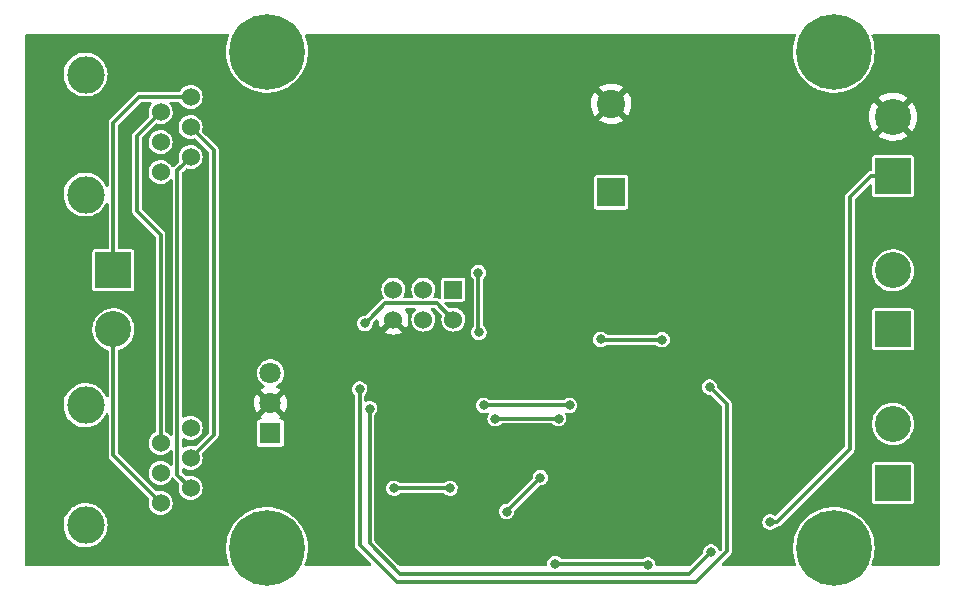
<source format=gbl>
G04 #@! TF.GenerationSoftware,KiCad,Pcbnew,(6.0.7)*
G04 #@! TF.CreationDate,2023-05-29T10:21:20+02:00*
G04 #@! TF.ProjectId,booster,626f6f73-7465-4722-9e6b-696361645f70,rev?*
G04 #@! TF.SameCoordinates,Original*
G04 #@! TF.FileFunction,Copper,L2,Bot*
G04 #@! TF.FilePolarity,Positive*
%FSLAX46Y46*%
G04 Gerber Fmt 4.6, Leading zero omitted, Abs format (unit mm)*
G04 Created by KiCad (PCBNEW (6.0.7)) date 2023-05-29 10:21:20*
%MOMM*%
%LPD*%
G01*
G04 APERTURE LIST*
G04 #@! TA.AperFunction,ComponentPad*
%ADD10C,6.400800*%
G04 #@! TD*
G04 #@! TA.AperFunction,ComponentPad*
%ADD11C,3.048000*%
G04 #@! TD*
G04 #@! TA.AperFunction,ComponentPad*
%ADD12R,3.048000X3.048000*%
G04 #@! TD*
G04 #@! TA.AperFunction,ComponentPad*
%ADD13C,1.800000*%
G04 #@! TD*
G04 #@! TA.AperFunction,ComponentPad*
%ADD14R,1.800000X1.800000*%
G04 #@! TD*
G04 #@! TA.AperFunction,ComponentPad*
%ADD15C,1.524000*%
G04 #@! TD*
G04 #@! TA.AperFunction,ComponentPad*
%ADD16R,1.524000X1.524000*%
G04 #@! TD*
G04 #@! TA.AperFunction,ComponentPad*
%ADD17C,3.169920*%
G04 #@! TD*
G04 #@! TA.AperFunction,ComponentPad*
%ADD18C,2.400000*%
G04 #@! TD*
G04 #@! TA.AperFunction,ComponentPad*
%ADD19R,2.400000X2.400000*%
G04 #@! TD*
G04 #@! TA.AperFunction,ViaPad*
%ADD20C,0.800000*%
G04 #@! TD*
G04 #@! TA.AperFunction,Conductor*
%ADD21C,0.304800*%
G04 #@! TD*
G04 APERTURE END LIST*
D10*
X123000000Y-146000000D03*
X123000000Y-104000000D03*
D11*
X176000000Y-135500640D03*
D12*
X176000000Y-140499360D03*
D13*
X123300000Y-131200000D03*
X123300000Y-133740000D03*
D14*
X123300000Y-136280000D03*
D15*
X133710000Y-126670000D03*
X133710000Y-124130000D03*
X136250000Y-126670000D03*
X136250000Y-124130000D03*
X138790000Y-126670000D03*
D16*
X138790000Y-124130000D03*
D10*
X171000000Y-146000000D03*
X171000000Y-104000000D03*
D17*
X107650000Y-144080000D03*
X107650000Y-133920000D03*
D15*
X114000000Y-142175000D03*
X116540000Y-140905000D03*
X114000000Y-139635000D03*
X116540000Y-138365000D03*
X114000000Y-137095000D03*
X116540000Y-135825000D03*
D17*
X107650000Y-116080000D03*
X107650000Y-105920000D03*
D15*
X114000000Y-114175000D03*
X116540000Y-112905000D03*
X114000000Y-111635000D03*
X116540000Y-110365000D03*
X114000000Y-109095000D03*
X116540000Y-107825000D03*
D11*
X176000000Y-122500640D03*
D12*
X176000000Y-127499360D03*
D11*
X110000000Y-127499360D03*
D12*
X110000000Y-122500640D03*
D11*
X176000000Y-109500640D03*
D12*
X176000000Y-114499360D03*
D18*
X152150000Y-108400000D03*
D19*
X152150000Y-115900000D03*
D20*
X167150000Y-120900000D03*
X162550000Y-126500000D03*
X159150000Y-145750000D03*
X159150000Y-144700000D03*
X131700000Y-134200000D03*
X160600000Y-146350000D03*
X130850000Y-132550000D03*
X138675000Y-129850000D03*
X129650000Y-145900000D03*
X128450000Y-127300000D03*
X125900000Y-130350000D03*
X133550000Y-145900000D03*
X137700000Y-105400000D03*
X128500000Y-119700000D03*
X132900000Y-121700000D03*
X133100000Y-114750000D03*
X140650000Y-117850000D03*
X137700000Y-116000000D03*
X150542965Y-144192965D03*
X151000026Y-138000000D03*
X151000000Y-141000000D03*
X155000000Y-141000000D03*
X155000000Y-135000000D03*
X159000000Y-138000000D03*
X159000000Y-141000000D03*
X159000000Y-135000000D03*
X151000006Y-135000000D03*
X159182035Y-143582035D03*
X155000000Y-138000000D03*
X165600000Y-143800000D03*
X148625000Y-133925000D03*
X141350000Y-133925000D03*
X146150000Y-140050000D03*
X143300000Y-142925000D03*
X131300000Y-127000000D03*
X160475000Y-132375000D03*
X140900000Y-122700000D03*
X140950000Y-127750000D03*
X156450000Y-128375000D03*
X151250000Y-128350000D03*
X147700000Y-135050000D03*
X142325000Y-135050000D03*
X133750000Y-140950000D03*
X138500000Y-140950000D03*
X155244535Y-147447590D03*
X147392965Y-147342965D03*
D21*
X161950000Y-146300000D02*
X161950000Y-133850000D01*
X161950000Y-133850000D02*
X160475000Y-132375000D01*
X159350000Y-148900000D02*
X161950000Y-146300000D01*
X134000000Y-148900000D02*
X159350000Y-148900000D01*
X130850000Y-145750000D02*
X134000000Y-148900000D01*
X130850000Y-132550000D02*
X130850000Y-145750000D01*
X131700000Y-145600000D02*
X131700000Y-134200000D01*
X134299990Y-148199990D02*
X131700000Y-145600000D01*
X158750010Y-148199990D02*
X134299990Y-148199990D01*
X160600000Y-146350000D02*
X158750010Y-148199990D01*
X166165685Y-143800000D02*
X172350000Y-137615685D01*
X165600000Y-143800000D02*
X166165685Y-143800000D01*
X172350000Y-116320560D02*
X174171200Y-114499360D01*
X174171200Y-114499360D02*
X176000000Y-114499360D01*
X172350000Y-137615685D02*
X172350000Y-116320560D01*
X148625000Y-133925000D02*
X141350000Y-133925000D01*
X146150000Y-140050000D02*
X143300000Y-142900000D01*
X143300000Y-142900000D02*
X143300000Y-142925000D01*
X137390024Y-125270024D02*
X133029976Y-125270024D01*
X138790000Y-126670000D02*
X137390024Y-125270024D01*
X131699999Y-126600001D02*
X131300000Y-127000000D01*
X133029976Y-125270024D02*
X131699999Y-126600001D01*
X110000000Y-138175000D02*
X110000000Y-127499360D01*
X114000000Y-142175000D02*
X110000000Y-138175000D01*
X140900000Y-122700000D02*
X140900000Y-127700000D01*
X140900000Y-127700000D02*
X140950000Y-127750000D01*
X156450000Y-128375000D02*
X151275000Y-128375000D01*
X151275000Y-128375000D02*
X151250000Y-128350000D01*
X147700000Y-135050000D02*
X142325000Y-135050000D01*
X133750000Y-140950000D02*
X138500000Y-140950000D01*
X155172590Y-147447590D02*
X155244535Y-147447590D01*
X155075000Y-147350000D02*
X155172590Y-147447590D01*
X147400000Y-147350000D02*
X155075000Y-147350000D01*
X147400000Y-147350000D02*
X147392965Y-147342965D01*
X116540000Y-112905000D02*
X116095000Y-112905000D01*
X115778001Y-113666999D02*
X116540000Y-112905000D01*
X115425599Y-114019401D02*
X115778001Y-113666999D01*
X115425599Y-139790599D02*
X115425599Y-114019401D01*
X116540000Y-140905000D02*
X115425599Y-139790599D01*
X116540000Y-138365000D02*
X118500000Y-136405000D01*
X118500000Y-112325000D02*
X116540000Y-110365000D01*
X118500000Y-136405000D02*
X118500000Y-112325000D01*
X112000000Y-117500000D02*
X112000000Y-111095000D01*
X112000000Y-111095000D02*
X114000000Y-109095000D01*
X114000000Y-137095000D02*
X114000000Y-119500000D01*
X114000000Y-119500000D02*
X112000000Y-117500000D01*
X116540000Y-107825000D02*
X116175000Y-107825000D01*
X115462370Y-107825000D02*
X116540000Y-107825000D01*
X112175000Y-107825000D02*
X115462370Y-107825000D01*
X110000000Y-122500640D02*
X110000000Y-110000000D01*
X110000000Y-110000000D02*
X112175000Y-107825000D01*
G04 #@! TA.AperFunction,Conductor*
G36*
X119761045Y-102520002D02*
G01*
X119807538Y-102573658D01*
X119817642Y-102643932D01*
X119809832Y-102672994D01*
X119724618Y-102884969D01*
X119623353Y-103245230D01*
X119561589Y-103614320D01*
X119540047Y-103987922D01*
X119558980Y-104361666D01*
X119559517Y-104365021D01*
X119559518Y-104365027D01*
X119576259Y-104469543D01*
X119618166Y-104731178D01*
X119716914Y-105092137D01*
X119718163Y-105095307D01*
X119851407Y-105433567D01*
X119854067Y-105440321D01*
X119855650Y-105443336D01*
X119986869Y-105693271D01*
X120028021Y-105771655D01*
X120029922Y-105774484D01*
X120029928Y-105774494D01*
X120159129Y-105966764D01*
X120236742Y-106082264D01*
X120477788Y-106368515D01*
X120602166Y-106487374D01*
X120745875Y-106624706D01*
X120745882Y-106624712D01*
X120748338Y-106627059D01*
X121045229Y-106854871D01*
X121087899Y-106880815D01*
X121362072Y-107047515D01*
X121362077Y-107047518D01*
X121364987Y-107049287D01*
X121368075Y-107050733D01*
X121368074Y-107050733D01*
X121700787Y-107206588D01*
X121700797Y-107206592D01*
X121703871Y-107208032D01*
X121707089Y-107209134D01*
X121707092Y-107209135D01*
X122054694Y-107328146D01*
X122054702Y-107328148D01*
X122057917Y-107329249D01*
X122422984Y-107411521D01*
X122507292Y-107421127D01*
X122791418Y-107453499D01*
X122791426Y-107453499D01*
X122794801Y-107453884D01*
X122798205Y-107453902D01*
X122798208Y-107453902D01*
X123001278Y-107454965D01*
X123169019Y-107455843D01*
X123172405Y-107455493D01*
X123172407Y-107455493D01*
X123537867Y-107417727D01*
X123537876Y-107417726D01*
X123541259Y-107417376D01*
X123544592Y-107416661D01*
X123544595Y-107416661D01*
X123772226Y-107367861D01*
X123907168Y-107338932D01*
X124262464Y-107221429D01*
X124602992Y-107066241D01*
X124672590Y-107024917D01*
X151139330Y-107024917D01*
X151143903Y-107034693D01*
X152137188Y-108027978D01*
X152151132Y-108035592D01*
X152152965Y-108035461D01*
X152159580Y-108031210D01*
X153152488Y-107038302D01*
X153158872Y-107026612D01*
X153149460Y-107014502D01*
X153023144Y-106926873D01*
X153015116Y-106922145D01*
X152795810Y-106813995D01*
X152787177Y-106810507D01*
X152554288Y-106735958D01*
X152545238Y-106733785D01*
X152303891Y-106694480D01*
X152294602Y-106693668D01*
X152050114Y-106690467D01*
X152040803Y-106691037D01*
X151798522Y-106724010D01*
X151789403Y-106725948D01*
X151554668Y-106794367D01*
X151545915Y-106797639D01*
X151323869Y-106900004D01*
X151315714Y-106904524D01*
X151148468Y-107014175D01*
X151139330Y-107024917D01*
X124672590Y-107024917D01*
X124769359Y-106967460D01*
X124921823Y-106876934D01*
X124921828Y-106876931D01*
X124924768Y-106875185D01*
X124993207Y-106823800D01*
X125221291Y-106652549D01*
X125224028Y-106650494D01*
X125389071Y-106496050D01*
X125494775Y-106397134D01*
X125494778Y-106397131D01*
X125497272Y-106394797D01*
X125741302Y-106111086D01*
X125904772Y-105873236D01*
X125951334Y-105805489D01*
X125951339Y-105805482D01*
X125953264Y-105802680D01*
X125954876Y-105799686D01*
X125954881Y-105799678D01*
X126129056Y-105476197D01*
X126130678Y-105473185D01*
X126271470Y-105126457D01*
X126280525Y-105094671D01*
X126373057Y-104769830D01*
X126373991Y-104766552D01*
X126415003Y-104526626D01*
X126436472Y-104401027D01*
X126436472Y-104401025D01*
X126437044Y-104397680D01*
X126438980Y-104366036D01*
X126457161Y-104068776D01*
X126459890Y-104024155D01*
X126459974Y-104000000D01*
X126439736Y-103626325D01*
X126379261Y-103257021D01*
X126279254Y-102896409D01*
X126277996Y-102893247D01*
X126277993Y-102893239D01*
X126190184Y-102672588D01*
X126183581Y-102601900D01*
X126216244Y-102538862D01*
X126277802Y-102503491D01*
X126307255Y-102500000D01*
X167692924Y-102500000D01*
X167761045Y-102520002D01*
X167807538Y-102573658D01*
X167817642Y-102643932D01*
X167809832Y-102672994D01*
X167724618Y-102884969D01*
X167623353Y-103245230D01*
X167561589Y-103614320D01*
X167540047Y-103987922D01*
X167558980Y-104361666D01*
X167559517Y-104365021D01*
X167559518Y-104365027D01*
X167576259Y-104469543D01*
X167618166Y-104731178D01*
X167716914Y-105092137D01*
X167718163Y-105095307D01*
X167851407Y-105433567D01*
X167854067Y-105440321D01*
X167855650Y-105443336D01*
X167986869Y-105693271D01*
X168028021Y-105771655D01*
X168029922Y-105774484D01*
X168029928Y-105774494D01*
X168159129Y-105966764D01*
X168236742Y-106082264D01*
X168477788Y-106368515D01*
X168602166Y-106487374D01*
X168745875Y-106624706D01*
X168745882Y-106624712D01*
X168748338Y-106627059D01*
X169045229Y-106854871D01*
X169087899Y-106880815D01*
X169362072Y-107047515D01*
X169362077Y-107047518D01*
X169364987Y-107049287D01*
X169368075Y-107050733D01*
X169368074Y-107050733D01*
X169700787Y-107206588D01*
X169700797Y-107206592D01*
X169703871Y-107208032D01*
X169707089Y-107209134D01*
X169707092Y-107209135D01*
X170054694Y-107328146D01*
X170054702Y-107328148D01*
X170057917Y-107329249D01*
X170422984Y-107411521D01*
X170507292Y-107421127D01*
X170791418Y-107453499D01*
X170791426Y-107453499D01*
X170794801Y-107453884D01*
X170798205Y-107453902D01*
X170798208Y-107453902D01*
X171001278Y-107454965D01*
X171169019Y-107455843D01*
X171172405Y-107455493D01*
X171172407Y-107455493D01*
X171537867Y-107417727D01*
X171537876Y-107417726D01*
X171541259Y-107417376D01*
X171544592Y-107416661D01*
X171544595Y-107416661D01*
X171772226Y-107367861D01*
X171907168Y-107338932D01*
X172262464Y-107221429D01*
X172602992Y-107066241D01*
X172769359Y-106967460D01*
X172921823Y-106876934D01*
X172921828Y-106876931D01*
X172924768Y-106875185D01*
X172993207Y-106823800D01*
X173221291Y-106652549D01*
X173224028Y-106650494D01*
X173389071Y-106496050D01*
X173494775Y-106397134D01*
X173494778Y-106397131D01*
X173497272Y-106394797D01*
X173741302Y-106111086D01*
X173904772Y-105873236D01*
X173951334Y-105805489D01*
X173951339Y-105805482D01*
X173953264Y-105802680D01*
X173954876Y-105799686D01*
X173954881Y-105799678D01*
X174129056Y-105476197D01*
X174130678Y-105473185D01*
X174271470Y-105126457D01*
X174280525Y-105094671D01*
X174373057Y-104769830D01*
X174373991Y-104766552D01*
X174415003Y-104526626D01*
X174436472Y-104401027D01*
X174436472Y-104401025D01*
X174437044Y-104397680D01*
X174438980Y-104366036D01*
X174457161Y-104068776D01*
X174459890Y-104024155D01*
X174459974Y-104000000D01*
X174439736Y-103626325D01*
X174379261Y-103257021D01*
X174279254Y-102896409D01*
X174277996Y-102893247D01*
X174277993Y-102893239D01*
X174190184Y-102672588D01*
X174183581Y-102601900D01*
X174216244Y-102538862D01*
X174277802Y-102503491D01*
X174307255Y-102500000D01*
X179874000Y-102500000D01*
X179942121Y-102520002D01*
X179988614Y-102573658D01*
X180000000Y-102626000D01*
X180000000Y-147374000D01*
X179979998Y-147442121D01*
X179926342Y-147488614D01*
X179874000Y-147500000D01*
X174306945Y-147500000D01*
X174238824Y-147479998D01*
X174192331Y-147426342D01*
X174182227Y-147356068D01*
X174190202Y-147326596D01*
X174250134Y-147179002D01*
X174271470Y-147126457D01*
X174373991Y-146766552D01*
X174427042Y-146456195D01*
X174436472Y-146401027D01*
X174436472Y-146401025D01*
X174437044Y-146397680D01*
X174439042Y-146365027D01*
X174456519Y-146079266D01*
X174459890Y-146024155D01*
X174459974Y-146000000D01*
X174439736Y-145626325D01*
X174379261Y-145257021D01*
X174279254Y-144896409D01*
X174277996Y-144893247D01*
X174277993Y-144893239D01*
X174142146Y-144551872D01*
X174142142Y-144551864D01*
X174140886Y-144548707D01*
X173965777Y-144217982D01*
X173963877Y-144215176D01*
X173963873Y-144215169D01*
X173757879Y-143910917D01*
X173757872Y-143910908D01*
X173755973Y-143908103D01*
X173753777Y-143905513D01*
X173753772Y-143905507D01*
X173634870Y-143765304D01*
X173513929Y-143622695D01*
X173242478Y-143365097D01*
X173239771Y-143363035D01*
X173239763Y-143363028D01*
X173048315Y-143217185D01*
X172944794Y-143138323D01*
X172624359Y-142945024D01*
X172615971Y-142941130D01*
X172288004Y-142788893D01*
X172288002Y-142788892D01*
X172284923Y-142787463D01*
X172281711Y-142786376D01*
X172281704Y-142786373D01*
X171933683Y-142668575D01*
X171933678Y-142668574D01*
X171930456Y-142667483D01*
X171658665Y-142607228D01*
X171568434Y-142587224D01*
X171568430Y-142587223D01*
X171565104Y-142586486D01*
X171412757Y-142569667D01*
X171196523Y-142545794D01*
X171196516Y-142545794D01*
X171193141Y-142545421D01*
X171189742Y-142545415D01*
X171189741Y-142545415D01*
X171012920Y-142545107D01*
X170818919Y-142544768D01*
X170709270Y-142556486D01*
X170450198Y-142584172D01*
X170450190Y-142584173D01*
X170446815Y-142584534D01*
X170443489Y-142585259D01*
X170443490Y-142585259D01*
X170084503Y-142663531D01*
X170084501Y-142663532D01*
X170081183Y-142664255D01*
X170077962Y-142665333D01*
X170077961Y-142665333D01*
X170068272Y-142668575D01*
X169726299Y-142782998D01*
X169386314Y-142939373D01*
X169383380Y-142941129D01*
X169383378Y-142941130D01*
X169376872Y-142945024D01*
X169065207Y-143131552D01*
X168766733Y-143357286D01*
X168494384Y-143613934D01*
X168251346Y-143898495D01*
X168249418Y-143901322D01*
X168249416Y-143901324D01*
X168043058Y-144203835D01*
X168040462Y-144207640D01*
X168038855Y-144210650D01*
X168038853Y-144210653D01*
X167928719Y-144416916D01*
X167864199Y-144537752D01*
X167724618Y-144884969D01*
X167723698Y-144888243D01*
X167723696Y-144888248D01*
X167653686Y-145137318D01*
X167623353Y-145245230D01*
X167622792Y-145248583D01*
X167622791Y-145248587D01*
X167586014Y-145468362D01*
X167561589Y-145614320D01*
X167540047Y-145987922D01*
X167558980Y-146361666D01*
X167559517Y-146365021D01*
X167559518Y-146365027D01*
X167591561Y-146565078D01*
X167618166Y-146731178D01*
X167716914Y-147092137D01*
X167718163Y-147095307D01*
X167809752Y-147327821D01*
X167816108Y-147398533D01*
X167783225Y-147461455D01*
X167721544Y-147496611D01*
X167692519Y-147500000D01*
X161629634Y-147500000D01*
X161561513Y-147479998D01*
X161515020Y-147426342D01*
X161504916Y-147356068D01*
X161534410Y-147291488D01*
X161540539Y-147284905D01*
X162260366Y-146565078D01*
X162260369Y-146565074D01*
X162283292Y-146542151D01*
X162293511Y-146522095D01*
X162303833Y-146505252D01*
X162317070Y-146487032D01*
X162324026Y-146465623D01*
X162331592Y-146447357D01*
X162337308Y-146436139D01*
X162341809Y-146427306D01*
X162345331Y-146405070D01*
X162349946Y-146385846D01*
X162353836Y-146373874D01*
X162356899Y-146364447D01*
X162356899Y-146332030D01*
X162356900Y-146332024D01*
X162356900Y-143793096D01*
X164940729Y-143793096D01*
X164941563Y-143800646D01*
X164953140Y-143905507D01*
X164958113Y-143950553D01*
X164960723Y-143957684D01*
X164960723Y-143957686D01*
X164991710Y-144042361D01*
X165012553Y-144099319D01*
X165016789Y-144105622D01*
X165016789Y-144105623D01*
X165080172Y-144199946D01*
X165100908Y-144230805D01*
X165106527Y-144235918D01*
X165106528Y-144235919D01*
X165212460Y-144332309D01*
X165218076Y-144337419D01*
X165357293Y-144413008D01*
X165510522Y-144453207D01*
X165594477Y-144454526D01*
X165661319Y-144455576D01*
X165661322Y-144455576D01*
X165668916Y-144455695D01*
X165823332Y-144420329D01*
X165893742Y-144384917D01*
X165958072Y-144352563D01*
X165958075Y-144352561D01*
X165964855Y-144349151D01*
X165970626Y-144344222D01*
X165970629Y-144344220D01*
X166025084Y-144297710D01*
X166085314Y-144246269D01*
X166085497Y-144246015D01*
X166143667Y-144211010D01*
X166175586Y-144206900D01*
X166230131Y-144206900D01*
X166251533Y-144199946D01*
X166270759Y-144195330D01*
X166283198Y-144193360D01*
X166292991Y-144191809D01*
X166313044Y-144181592D01*
X166331305Y-144174028D01*
X166343282Y-144170136D01*
X166343284Y-144170135D01*
X166352717Y-144167070D01*
X166370926Y-144153840D01*
X166387781Y-144143510D01*
X166407836Y-144133292D01*
X171590835Y-138950293D01*
X174221500Y-138950293D01*
X174221501Y-142048426D01*
X174236266Y-142122661D01*
X174243161Y-142132980D01*
X174243162Y-142132982D01*
X174268908Y-142171513D01*
X174292516Y-142206844D01*
X174376699Y-142263094D01*
X174450933Y-142277860D01*
X175999749Y-142277860D01*
X177549066Y-142277859D01*
X177586236Y-142270466D01*
X177611126Y-142265516D01*
X177611128Y-142265515D01*
X177623301Y-142263094D01*
X177633621Y-142256199D01*
X177633622Y-142256198D01*
X177697168Y-142213737D01*
X177707484Y-142206844D01*
X177763734Y-142122661D01*
X177778500Y-142048427D01*
X177778499Y-138950294D01*
X177769535Y-138905225D01*
X177766156Y-138888234D01*
X177766155Y-138888232D01*
X177763734Y-138876059D01*
X177707484Y-138791876D01*
X177623301Y-138735626D01*
X177549067Y-138720860D01*
X176000251Y-138720860D01*
X174450934Y-138720861D01*
X174415182Y-138727972D01*
X174388874Y-138733204D01*
X174388872Y-138733205D01*
X174376699Y-138735626D01*
X174366379Y-138742521D01*
X174366378Y-138742522D01*
X174314091Y-138777460D01*
X174292516Y-138791876D01*
X174236266Y-138876059D01*
X174221500Y-138950293D01*
X171590835Y-138950293D01*
X172683292Y-137857836D01*
X172693510Y-137837781D01*
X172703840Y-137820926D01*
X172711239Y-137810743D01*
X172711240Y-137810741D01*
X172717070Y-137802717D01*
X172724027Y-137781305D01*
X172731591Y-137763044D01*
X172737309Y-137751822D01*
X172741809Y-137742991D01*
X172743361Y-137733195D01*
X172745332Y-137720755D01*
X172749946Y-137701535D01*
X172753834Y-137689567D01*
X172756900Y-137680132D01*
X172756900Y-135453954D01*
X174217124Y-135453954D01*
X174217348Y-135458620D01*
X174217348Y-135458625D01*
X174223093Y-135578216D01*
X174229807Y-135717992D01*
X174281378Y-135977256D01*
X174282957Y-135981654D01*
X174282959Y-135981661D01*
X174355702Y-136184267D01*
X174370704Y-136226050D01*
X174372921Y-136230176D01*
X174474082Y-136418446D01*
X174495822Y-136458907D01*
X174498617Y-136462651D01*
X174498619Y-136462653D01*
X174629791Y-136638313D01*
X174653985Y-136670713D01*
X174657292Y-136673991D01*
X174657297Y-136673997D01*
X174816054Y-136831373D01*
X174841718Y-136856814D01*
X175054896Y-137013123D01*
X175059031Y-137015299D01*
X175059035Y-137015301D01*
X175157812Y-137067270D01*
X175288836Y-137136205D01*
X175538400Y-137223356D01*
X175542993Y-137224228D01*
X175793515Y-137271791D01*
X175793518Y-137271791D01*
X175798104Y-137272662D01*
X175930173Y-137277851D01*
X176057575Y-137282858D01*
X176057581Y-137282858D01*
X176062243Y-137283041D01*
X176325015Y-137254262D01*
X176329526Y-137253074D01*
X176329528Y-137253074D01*
X176576124Y-137188151D01*
X176576126Y-137188150D01*
X176580647Y-137186960D01*
X176584944Y-137185114D01*
X176819229Y-137084457D01*
X176819231Y-137084456D01*
X176823523Y-137082612D01*
X177048307Y-136943511D01*
X177127150Y-136876766D01*
X177246496Y-136775733D01*
X177246498Y-136775731D01*
X177250063Y-136772713D01*
X177424356Y-136573969D01*
X177427890Y-136568476D01*
X177564831Y-136355576D01*
X177567359Y-136351646D01*
X177675930Y-136110628D01*
X177747683Y-135856210D01*
X177759803Y-135760937D01*
X177780645Y-135597111D01*
X177780645Y-135597105D01*
X177781043Y-135593980D01*
X177783487Y-135500640D01*
X177781711Y-135476736D01*
X177764243Y-135241676D01*
X177764242Y-135241672D01*
X177763897Y-135237024D01*
X177705557Y-134979199D01*
X177690014Y-134939231D01*
X177611442Y-134737182D01*
X177611441Y-134737180D01*
X177609749Y-134732829D01*
X177599384Y-134714693D01*
X177537934Y-134607178D01*
X177478578Y-134503327D01*
X177314925Y-134295734D01*
X177122385Y-134114610D01*
X177118542Y-134111944D01*
X176909026Y-133966598D01*
X176909021Y-133966595D01*
X176905188Y-133963936D01*
X176892419Y-133957639D01*
X176672294Y-133849085D01*
X176672291Y-133849084D01*
X176668106Y-133847020D01*
X176611150Y-133828788D01*
X176443969Y-133775273D01*
X176416347Y-133766431D01*
X176272266Y-133742966D01*
X176160053Y-133724691D01*
X176160052Y-133724691D01*
X176155441Y-133723940D01*
X176023281Y-133722210D01*
X175895798Y-133720541D01*
X175895795Y-133720541D01*
X175891121Y-133720480D01*
X175629192Y-133756126D01*
X175624702Y-133757435D01*
X175624696Y-133757436D01*
X175516732Y-133788905D01*
X175375410Y-133830097D01*
X175371163Y-133832055D01*
X175371160Y-133832056D01*
X175280950Y-133873644D01*
X175135348Y-133940767D01*
X175131439Y-133943330D01*
X174918195Y-134083139D01*
X174918190Y-134083143D01*
X174914282Y-134085705D01*
X174881897Y-134114610D01*
X174724444Y-134255142D01*
X174717067Y-134261726D01*
X174548036Y-134464964D01*
X174410901Y-134690954D01*
X174409095Y-134695262D01*
X174409094Y-134695263D01*
X174313181Y-134923991D01*
X174308677Y-134934731D01*
X174307526Y-134939263D01*
X174307525Y-134939266D01*
X174276892Y-135059885D01*
X174243608Y-135190941D01*
X174217124Y-135453954D01*
X172756900Y-135453954D01*
X172756900Y-125950293D01*
X174221500Y-125950293D01*
X174221501Y-129048426D01*
X174236266Y-129122661D01*
X174243161Y-129132980D01*
X174243162Y-129132982D01*
X174277141Y-129183834D01*
X174292516Y-129206844D01*
X174376699Y-129263094D01*
X174450933Y-129277860D01*
X175999749Y-129277860D01*
X177549066Y-129277859D01*
X177584818Y-129270748D01*
X177611126Y-129265516D01*
X177611128Y-129265515D01*
X177623301Y-129263094D01*
X177633621Y-129256199D01*
X177633622Y-129256198D01*
X177697168Y-129213737D01*
X177707484Y-129206844D01*
X177763734Y-129122661D01*
X177778500Y-129048427D01*
X177778499Y-125950294D01*
X177763734Y-125876059D01*
X177742525Y-125844317D01*
X177714377Y-125802192D01*
X177707484Y-125791876D01*
X177623301Y-125735626D01*
X177549067Y-125720860D01*
X176000251Y-125720860D01*
X174450934Y-125720861D01*
X174415182Y-125727972D01*
X174388874Y-125733204D01*
X174388872Y-125733205D01*
X174376699Y-125735626D01*
X174366379Y-125742521D01*
X174366378Y-125742522D01*
X174305985Y-125782876D01*
X174292516Y-125791876D01*
X174236266Y-125876059D01*
X174221500Y-125950293D01*
X172756900Y-125950293D01*
X172756900Y-122453954D01*
X174217124Y-122453954D01*
X174217348Y-122458620D01*
X174217348Y-122458625D01*
X174219518Y-122503800D01*
X174229807Y-122717992D01*
X174281378Y-122977256D01*
X174282957Y-122981654D01*
X174282959Y-122981661D01*
X174366105Y-123213241D01*
X174370704Y-123226050D01*
X174372921Y-123230176D01*
X174469691Y-123410274D01*
X174495822Y-123458907D01*
X174498617Y-123462651D01*
X174498619Y-123462653D01*
X174578927Y-123570198D01*
X174653985Y-123670713D01*
X174657292Y-123673991D01*
X174657297Y-123673997D01*
X174756879Y-123772713D01*
X174841718Y-123856814D01*
X175054896Y-124013123D01*
X175059031Y-124015299D01*
X175059035Y-124015301D01*
X175182293Y-124080150D01*
X175288836Y-124136205D01*
X175293255Y-124137748D01*
X175514521Y-124215017D01*
X175538400Y-124223356D01*
X175542993Y-124224228D01*
X175793515Y-124271791D01*
X175793518Y-124271791D01*
X175798104Y-124272662D01*
X175930174Y-124277852D01*
X176057575Y-124282858D01*
X176057581Y-124282858D01*
X176062243Y-124283041D01*
X176325015Y-124254262D01*
X176329526Y-124253074D01*
X176329528Y-124253074D01*
X176576124Y-124188151D01*
X176576126Y-124188150D01*
X176580647Y-124186960D01*
X176584944Y-124185114D01*
X176819229Y-124084457D01*
X176819231Y-124084456D01*
X176823523Y-124082612D01*
X177048307Y-123943511D01*
X177085806Y-123911766D01*
X177246496Y-123775733D01*
X177246498Y-123775731D01*
X177250063Y-123772713D01*
X177424356Y-123573969D01*
X177498367Y-123458907D01*
X177564831Y-123355576D01*
X177567359Y-123351646D01*
X177675930Y-123110628D01*
X177747683Y-122856210D01*
X177765267Y-122717992D01*
X177780645Y-122597111D01*
X177780645Y-122597105D01*
X177781043Y-122593980D01*
X177783487Y-122500640D01*
X177775603Y-122394546D01*
X177764243Y-122241676D01*
X177764242Y-122241672D01*
X177763897Y-122237024D01*
X177705557Y-121979199D01*
X177690028Y-121939266D01*
X177611442Y-121737182D01*
X177611441Y-121737180D01*
X177609749Y-121732829D01*
X177583535Y-121686963D01*
X177480897Y-121507385D01*
X177478578Y-121503327D01*
X177314925Y-121295734D01*
X177122385Y-121114610D01*
X177085212Y-121088822D01*
X176909026Y-120966598D01*
X176909021Y-120966595D01*
X176905188Y-120963936D01*
X176900997Y-120961869D01*
X176672294Y-120849085D01*
X176672291Y-120849084D01*
X176668106Y-120847020D01*
X176611150Y-120828788D01*
X176532063Y-120803472D01*
X176416347Y-120766431D01*
X176220184Y-120734484D01*
X176160053Y-120724691D01*
X176160052Y-120724691D01*
X176155441Y-120723940D01*
X176023281Y-120722210D01*
X175895798Y-120720541D01*
X175895795Y-120720541D01*
X175891121Y-120720480D01*
X175629192Y-120756126D01*
X175624702Y-120757435D01*
X175624696Y-120757436D01*
X175525797Y-120786263D01*
X175375410Y-120830097D01*
X175371163Y-120832055D01*
X175371160Y-120832056D01*
X175295322Y-120867018D01*
X175135348Y-120940767D01*
X175118866Y-120951573D01*
X174918195Y-121083139D01*
X174918190Y-121083143D01*
X174914282Y-121085705D01*
X174717067Y-121261726D01*
X174548036Y-121464964D01*
X174410901Y-121690954D01*
X174308677Y-121934731D01*
X174307526Y-121939263D01*
X174307525Y-121939266D01*
X174280646Y-122045102D01*
X174243608Y-122190941D01*
X174217124Y-122453954D01*
X172756900Y-122453954D01*
X172756900Y-116541293D01*
X172776902Y-116473172D01*
X172793805Y-116452198D01*
X174006406Y-115239597D01*
X174068718Y-115205571D01*
X174139533Y-115210636D01*
X174196369Y-115253183D01*
X174221180Y-115319703D01*
X174221501Y-115328692D01*
X174221501Y-116048426D01*
X174228612Y-116084178D01*
X174233210Y-116107295D01*
X174236266Y-116122661D01*
X174243161Y-116132980D01*
X174243162Y-116132982D01*
X174257834Y-116154940D01*
X174292516Y-116206844D01*
X174376699Y-116263094D01*
X174450933Y-116277860D01*
X175999749Y-116277860D01*
X177549066Y-116277859D01*
X177584818Y-116270748D01*
X177611126Y-116265516D01*
X177611128Y-116265515D01*
X177623301Y-116263094D01*
X177633621Y-116256199D01*
X177633622Y-116256198D01*
X177697168Y-116213737D01*
X177707484Y-116206844D01*
X177763734Y-116122661D01*
X177778500Y-116048427D01*
X177778499Y-112950294D01*
X177763734Y-112876059D01*
X177707484Y-112791876D01*
X177623301Y-112735626D01*
X177549067Y-112720860D01*
X176000251Y-112720860D01*
X174450934Y-112720861D01*
X174415182Y-112727972D01*
X174388874Y-112733204D01*
X174388872Y-112733205D01*
X174376699Y-112735626D01*
X174366379Y-112742521D01*
X174366378Y-112742522D01*
X174305985Y-112782876D01*
X174292516Y-112791876D01*
X174236266Y-112876059D01*
X174221500Y-112950293D01*
X174221500Y-113968242D01*
X174201498Y-114036363D01*
X174147842Y-114082856D01*
X174115976Y-114092460D01*
X174106754Y-114092460D01*
X174097328Y-114095523D01*
X174097326Y-114095523D01*
X174085352Y-114099414D01*
X174066126Y-114104030D01*
X174043894Y-114107551D01*
X174035061Y-114112052D01*
X174035060Y-114112052D01*
X174023842Y-114117768D01*
X174005580Y-114125332D01*
X173993603Y-114129224D01*
X173993601Y-114129225D01*
X173984168Y-114132290D01*
X173976143Y-114138121D01*
X173965959Y-114145520D01*
X173949104Y-114155850D01*
X173929049Y-114166068D01*
X172016708Y-116078409D01*
X172012205Y-116087247D01*
X172006492Y-116098460D01*
X171996160Y-116115319D01*
X171982930Y-116133528D01*
X171979865Y-116142961D01*
X171979864Y-116142963D01*
X171975972Y-116154940D01*
X171968408Y-116173201D01*
X171958191Y-116193254D01*
X171956640Y-116203047D01*
X171954670Y-116215486D01*
X171950054Y-116234712D01*
X171943100Y-116256114D01*
X171943100Y-137394952D01*
X171923098Y-137463073D01*
X171906195Y-137484047D01*
X166141769Y-143248473D01*
X166079457Y-143282499D01*
X166008642Y-143277434D01*
X165981395Y-143263173D01*
X165976275Y-143258611D01*
X165968889Y-143254700D01*
X165842988Y-143188039D01*
X165842989Y-143188039D01*
X165836274Y-143184484D01*
X165682633Y-143145892D01*
X165675034Y-143145852D01*
X165675033Y-143145852D01*
X165609181Y-143145507D01*
X165524221Y-143145062D01*
X165516841Y-143146834D01*
X165516839Y-143146834D01*
X165377563Y-143180271D01*
X165377560Y-143180272D01*
X165370184Y-143182043D01*
X165229414Y-143254700D01*
X165110039Y-143358838D01*
X165018950Y-143488444D01*
X164999626Y-143538008D01*
X164966608Y-143622695D01*
X164961406Y-143636037D01*
X164960414Y-143643570D01*
X164960414Y-143643571D01*
X164943804Y-143769740D01*
X164940729Y-143793096D01*
X162356900Y-143793096D01*
X162356900Y-133785554D01*
X162349946Y-133764152D01*
X162345330Y-133744926D01*
X162343360Y-133732487D01*
X162341809Y-133722694D01*
X162331592Y-133702641D01*
X162324028Y-133684380D01*
X162320136Y-133672403D01*
X162320135Y-133672401D01*
X162317070Y-133662968D01*
X162303840Y-133644759D01*
X162293508Y-133627900D01*
X162287795Y-133616687D01*
X162283292Y-133607849D01*
X161169901Y-132494458D01*
X161135875Y-132432146D01*
X161133359Y-132395804D01*
X161133580Y-132392895D01*
X161134162Y-132388807D01*
X161134307Y-132375000D01*
X161131225Y-132349527D01*
X161118639Y-132245524D01*
X161115276Y-132217733D01*
X161059280Y-132069546D01*
X161022076Y-132015414D01*
X160973855Y-131945251D01*
X160973854Y-131945249D01*
X160969553Y-131938992D01*
X160851275Y-131833611D01*
X160843889Y-131829700D01*
X160749499Y-131779723D01*
X160711274Y-131759484D01*
X160557633Y-131720892D01*
X160550034Y-131720852D01*
X160550033Y-131720852D01*
X160484181Y-131720507D01*
X160399221Y-131720062D01*
X160391841Y-131721834D01*
X160391839Y-131721834D01*
X160252563Y-131755271D01*
X160252560Y-131755272D01*
X160245184Y-131757043D01*
X160104414Y-131829700D01*
X159985039Y-131933838D01*
X159893950Y-132063444D01*
X159874242Y-132113992D01*
X159841209Y-132198719D01*
X159836406Y-132211037D01*
X159835414Y-132218570D01*
X159835414Y-132218571D01*
X159818174Y-132349527D01*
X159815729Y-132368096D01*
X159833113Y-132525553D01*
X159835723Y-132532684D01*
X159835723Y-132532686D01*
X159882137Y-132659518D01*
X159887553Y-132674319D01*
X159891789Y-132680622D01*
X159891789Y-132680623D01*
X159905182Y-132700553D01*
X159975908Y-132805805D01*
X159981527Y-132810918D01*
X159981528Y-132810919D01*
X160046659Y-132870183D01*
X160093076Y-132912419D01*
X160232293Y-132988008D01*
X160385522Y-133028207D01*
X160504405Y-133030074D01*
X160572202Y-133051143D01*
X160591520Y-133066963D01*
X161506195Y-133981638D01*
X161540221Y-134043950D01*
X161543100Y-134070733D01*
X161543100Y-146079266D01*
X161523098Y-146147387D01*
X161506195Y-146168361D01*
X161444503Y-146230053D01*
X161382191Y-146264079D01*
X161311376Y-146259014D01*
X161254540Y-146216467D01*
X161237542Y-146185497D01*
X161186963Y-146051647D01*
X161184280Y-146044546D01*
X161154916Y-146001821D01*
X161098855Y-145920251D01*
X161098854Y-145920249D01*
X161094553Y-145913992D01*
X160976275Y-145808611D01*
X160968889Y-145804700D01*
X160842988Y-145738039D01*
X160842989Y-145738039D01*
X160836274Y-145734484D01*
X160682633Y-145695892D01*
X160675034Y-145695852D01*
X160675033Y-145695852D01*
X160609181Y-145695507D01*
X160524221Y-145695062D01*
X160516841Y-145696834D01*
X160516839Y-145696834D01*
X160377563Y-145730271D01*
X160377560Y-145730272D01*
X160370184Y-145732043D01*
X160229414Y-145804700D01*
X160110039Y-145908838D01*
X160018950Y-146038444D01*
X160003034Y-146079266D01*
X159968298Y-146168361D01*
X159961406Y-146186037D01*
X159960414Y-146193570D01*
X159960414Y-146193571D01*
X159942186Y-146332030D01*
X159940729Y-146343096D01*
X159943111Y-146364668D01*
X159930706Y-146434571D01*
X159906967Y-146467590D01*
X158911462Y-147463095D01*
X158849150Y-147497121D01*
X158822367Y-147500000D01*
X156021856Y-147500000D01*
X155953735Y-147479998D01*
X155907242Y-147426342D01*
X155896769Y-147389137D01*
X155885723Y-147297863D01*
X155884811Y-147290323D01*
X155828815Y-147142136D01*
X155815786Y-147123179D01*
X155743390Y-147017841D01*
X155743389Y-147017839D01*
X155739088Y-147011582D01*
X155732480Y-147005694D01*
X155662225Y-146943100D01*
X155620810Y-146906201D01*
X155613424Y-146902290D01*
X155487523Y-146835629D01*
X155487524Y-146835629D01*
X155480809Y-146832074D01*
X155327168Y-146793482D01*
X155319569Y-146793442D01*
X155319568Y-146793442D01*
X155253716Y-146793097D01*
X155168756Y-146792652D01*
X155161376Y-146794424D01*
X155161374Y-146794424D01*
X155022098Y-146827861D01*
X155022095Y-146827862D01*
X155014719Y-146829633D01*
X154873949Y-146902290D01*
X154868232Y-146907277D01*
X154868225Y-146907282D01*
X154862761Y-146912049D01*
X154798279Y-146941757D01*
X154779932Y-146943100D01*
X147975057Y-146943100D01*
X147906936Y-146923098D01*
X147887791Y-146906651D01*
X147887518Y-146906957D01*
X147876130Y-146896811D01*
X147769240Y-146801576D01*
X147761854Y-146797665D01*
X147696761Y-146763200D01*
X147629239Y-146727449D01*
X147475598Y-146688857D01*
X147467999Y-146688817D01*
X147467998Y-146688817D01*
X147402146Y-146688472D01*
X147317186Y-146688027D01*
X147309806Y-146689799D01*
X147309804Y-146689799D01*
X147170528Y-146723236D01*
X147170525Y-146723237D01*
X147163149Y-146725008D01*
X147022379Y-146797665D01*
X146903004Y-146901803D01*
X146811915Y-147031409D01*
X146754371Y-147179002D01*
X146753379Y-147186535D01*
X146753379Y-147186536D01*
X146734779Y-147327821D01*
X146733694Y-147336061D01*
X146734528Y-147343611D01*
X146736356Y-147360173D01*
X146723950Y-147430078D01*
X146675720Y-147482178D01*
X146611117Y-147500000D01*
X134227633Y-147500000D01*
X134159512Y-147479998D01*
X134138538Y-147463095D01*
X132143805Y-145468362D01*
X132109779Y-145406050D01*
X132106900Y-145379267D01*
X132106900Y-142918096D01*
X142640729Y-142918096D01*
X142658113Y-143075553D01*
X142660723Y-143082684D01*
X142660723Y-143082686D01*
X142702261Y-143196194D01*
X142712553Y-143224319D01*
X142800908Y-143355805D01*
X142806527Y-143360918D01*
X142806528Y-143360919D01*
X142811120Y-143365097D01*
X142918076Y-143462419D01*
X143057293Y-143538008D01*
X143210522Y-143578207D01*
X143294477Y-143579526D01*
X143361319Y-143580576D01*
X143361322Y-143580576D01*
X143368916Y-143580695D01*
X143523332Y-143545329D01*
X143605606Y-143503950D01*
X143658072Y-143477563D01*
X143658075Y-143477561D01*
X143664855Y-143474151D01*
X143670626Y-143469222D01*
X143670629Y-143469220D01*
X143779536Y-143376204D01*
X143779536Y-143376203D01*
X143785314Y-143371269D01*
X143877755Y-143242624D01*
X143936842Y-143095641D01*
X143949067Y-143009743D01*
X143958581Y-142942891D01*
X143958581Y-142942888D01*
X143959162Y-142938807D01*
X143959307Y-142925000D01*
X143954921Y-142888759D01*
X143966596Y-142818730D01*
X143990914Y-142784529D01*
X146034328Y-140741115D01*
X146096640Y-140707089D01*
X146125402Y-140704226D01*
X146128736Y-140704278D01*
X146211319Y-140705576D01*
X146211322Y-140705576D01*
X146218916Y-140705695D01*
X146373332Y-140670329D01*
X146452150Y-140630688D01*
X146508072Y-140602563D01*
X146508075Y-140602561D01*
X146514855Y-140599151D01*
X146520626Y-140594222D01*
X146520629Y-140594220D01*
X146629536Y-140501204D01*
X146629536Y-140501203D01*
X146635314Y-140496269D01*
X146727755Y-140367624D01*
X146786842Y-140220641D01*
X146809162Y-140063807D01*
X146809307Y-140050000D01*
X146790276Y-139892733D01*
X146734280Y-139744546D01*
X146653413Y-139626883D01*
X146648855Y-139620251D01*
X146648854Y-139620249D01*
X146644553Y-139613992D01*
X146625088Y-139596649D01*
X146531946Y-139513664D01*
X146526275Y-139508611D01*
X146518889Y-139504700D01*
X146392988Y-139438039D01*
X146392989Y-139438039D01*
X146386274Y-139434484D01*
X146232633Y-139395892D01*
X146225034Y-139395852D01*
X146225033Y-139395852D01*
X146159181Y-139395507D01*
X146074221Y-139395062D01*
X146066841Y-139396834D01*
X146066839Y-139396834D01*
X145927563Y-139430271D01*
X145927560Y-139430272D01*
X145920184Y-139432043D01*
X145779414Y-139504700D01*
X145660039Y-139608838D01*
X145568950Y-139738444D01*
X145511406Y-139886037D01*
X145510414Y-139893570D01*
X145510414Y-139893571D01*
X145492177Y-140032101D01*
X145490729Y-140043096D01*
X145493111Y-140064668D01*
X145480706Y-140134571D01*
X145456967Y-140167590D01*
X143390994Y-142233563D01*
X143328682Y-142267589D01*
X143301242Y-142270466D01*
X143224221Y-142270062D01*
X143216841Y-142271834D01*
X143216839Y-142271834D01*
X143077563Y-142305271D01*
X143077560Y-142305272D01*
X143070184Y-142307043D01*
X142929414Y-142379700D01*
X142810039Y-142483838D01*
X142718950Y-142613444D01*
X142661406Y-142761037D01*
X142660414Y-142768570D01*
X142660414Y-142768571D01*
X142645853Y-142879176D01*
X142640729Y-142918096D01*
X132106900Y-142918096D01*
X132106900Y-140943096D01*
X133090729Y-140943096D01*
X133108113Y-141100553D01*
X133110723Y-141107684D01*
X133110723Y-141107686D01*
X133157797Y-141236322D01*
X133162553Y-141249319D01*
X133166789Y-141255622D01*
X133166789Y-141255623D01*
X133213954Y-141325811D01*
X133250908Y-141380805D01*
X133256527Y-141385918D01*
X133256528Y-141385919D01*
X133341392Y-141463139D01*
X133368076Y-141487419D01*
X133507293Y-141563008D01*
X133660522Y-141603207D01*
X133744477Y-141604526D01*
X133811319Y-141605576D01*
X133811322Y-141605576D01*
X133818916Y-141605695D01*
X133973332Y-141570329D01*
X134043742Y-141534917D01*
X134108072Y-141502563D01*
X134108075Y-141502561D01*
X134114855Y-141499151D01*
X134120626Y-141494222D01*
X134120629Y-141494220D01*
X134175084Y-141447710D01*
X134235314Y-141396269D01*
X134235497Y-141396015D01*
X134293667Y-141361010D01*
X134325586Y-141356900D01*
X137925891Y-141356900D01*
X137994012Y-141376902D01*
X138010690Y-141389706D01*
X138087997Y-141460049D01*
X138118076Y-141487419D01*
X138257293Y-141563008D01*
X138410522Y-141603207D01*
X138494477Y-141604526D01*
X138561319Y-141605576D01*
X138561322Y-141605576D01*
X138568916Y-141605695D01*
X138723332Y-141570329D01*
X138793742Y-141534917D01*
X138858072Y-141502563D01*
X138858075Y-141502561D01*
X138864855Y-141499151D01*
X138870626Y-141494222D01*
X138870629Y-141494220D01*
X138979536Y-141401204D01*
X138979536Y-141401203D01*
X138985314Y-141396269D01*
X139077755Y-141267624D01*
X139136842Y-141120641D01*
X139159162Y-140963807D01*
X139159307Y-140950000D01*
X139140276Y-140792733D01*
X139084280Y-140644546D01*
X139033726Y-140570989D01*
X138998855Y-140520251D01*
X138998854Y-140520249D01*
X138994553Y-140513992D01*
X138876275Y-140408611D01*
X138868889Y-140404700D01*
X138819360Y-140378476D01*
X138736274Y-140334484D01*
X138582633Y-140295892D01*
X138575034Y-140295852D01*
X138575033Y-140295852D01*
X138509181Y-140295507D01*
X138424221Y-140295062D01*
X138416841Y-140296834D01*
X138416839Y-140296834D01*
X138277563Y-140330271D01*
X138277560Y-140330272D01*
X138270184Y-140332043D01*
X138129414Y-140404700D01*
X138010039Y-140508838D01*
X138008591Y-140507178D01*
X137957512Y-140538649D01*
X137924318Y-140543100D01*
X134325212Y-140543100D01*
X134257091Y-140523098D01*
X134241393Y-140511177D01*
X134238884Y-140508941D01*
X134126275Y-140408611D01*
X134118889Y-140404700D01*
X134069360Y-140378476D01*
X133986274Y-140334484D01*
X133832633Y-140295892D01*
X133825034Y-140295852D01*
X133825033Y-140295852D01*
X133759181Y-140295507D01*
X133674221Y-140295062D01*
X133666841Y-140296834D01*
X133666839Y-140296834D01*
X133527563Y-140330271D01*
X133527560Y-140330272D01*
X133520184Y-140332043D01*
X133379414Y-140404700D01*
X133260039Y-140508838D01*
X133168950Y-140638444D01*
X133111406Y-140786037D01*
X133110414Y-140793570D01*
X133110414Y-140793571D01*
X133091990Y-140933520D01*
X133090729Y-140943096D01*
X132106900Y-140943096D01*
X132106900Y-134771328D01*
X132126902Y-134703207D01*
X132151070Y-134675517D01*
X132179532Y-134651208D01*
X132179535Y-134651205D01*
X132185314Y-134646269D01*
X132277755Y-134517624D01*
X132336842Y-134370641D01*
X132342965Y-134327615D01*
X132358581Y-134217891D01*
X132358581Y-134217888D01*
X132359162Y-134213807D01*
X132359307Y-134200000D01*
X132340276Y-134042733D01*
X132293179Y-133918096D01*
X140690729Y-133918096D01*
X140693515Y-133943330D01*
X140704490Y-134042733D01*
X140708113Y-134075553D01*
X140710723Y-134082684D01*
X140710723Y-134082686D01*
X140757197Y-134209682D01*
X140762553Y-134224319D01*
X140766789Y-134230622D01*
X140766789Y-134230623D01*
X140808392Y-134292534D01*
X140850908Y-134355805D01*
X140856527Y-134360918D01*
X140856528Y-134360919D01*
X140962460Y-134457309D01*
X140968076Y-134462419D01*
X141107293Y-134538008D01*
X141260522Y-134578207D01*
X141344477Y-134579526D01*
X141411319Y-134580576D01*
X141411322Y-134580576D01*
X141418916Y-134580695D01*
X141573332Y-134545329D01*
X141595092Y-134534385D01*
X141599021Y-134532409D01*
X141668865Y-134519669D01*
X141734509Y-134546713D01*
X141775112Y-134604954D01*
X141777781Y-134675900D01*
X141758723Y-134717423D01*
X141748321Y-134732223D01*
X141748317Y-134732230D01*
X141743950Y-134738444D01*
X141741190Y-134745524D01*
X141689556Y-134877958D01*
X141686406Y-134886037D01*
X141685414Y-134893570D01*
X141685414Y-134893571D01*
X141673755Y-134982135D01*
X141665729Y-135043096D01*
X141673121Y-135110049D01*
X141682052Y-135190941D01*
X141683113Y-135200553D01*
X141685723Y-135207684D01*
X141685723Y-135207686D01*
X141725414Y-135316146D01*
X141737553Y-135349319D01*
X141741789Y-135355622D01*
X141741789Y-135355623D01*
X141811004Y-135458625D01*
X141825908Y-135480805D01*
X141831527Y-135485918D01*
X141831528Y-135485919D01*
X141848322Y-135501200D01*
X141943076Y-135587419D01*
X142082293Y-135663008D01*
X142235522Y-135703207D01*
X142319477Y-135704526D01*
X142386319Y-135705576D01*
X142386322Y-135705576D01*
X142393916Y-135705695D01*
X142548332Y-135670329D01*
X142623070Y-135632740D01*
X142683072Y-135602563D01*
X142683075Y-135602561D01*
X142689855Y-135599151D01*
X142695626Y-135594222D01*
X142695629Y-135594220D01*
X142780955Y-135521344D01*
X142810314Y-135496269D01*
X142810497Y-135496015D01*
X142868667Y-135461010D01*
X142900586Y-135456900D01*
X147125891Y-135456900D01*
X147194012Y-135476902D01*
X147210690Y-135489706D01*
X147222707Y-135500640D01*
X147318076Y-135587419D01*
X147457293Y-135663008D01*
X147610522Y-135703207D01*
X147694477Y-135704526D01*
X147761319Y-135705576D01*
X147761322Y-135705576D01*
X147768916Y-135705695D01*
X147923332Y-135670329D01*
X147998070Y-135632740D01*
X148058072Y-135602563D01*
X148058075Y-135602561D01*
X148064855Y-135599151D01*
X148070626Y-135594222D01*
X148070629Y-135594220D01*
X148179536Y-135501204D01*
X148179536Y-135501203D01*
X148185314Y-135496269D01*
X148277755Y-135367624D01*
X148336842Y-135220641D01*
X148351573Y-135117133D01*
X148358581Y-135067891D01*
X148358581Y-135067888D01*
X148359162Y-135063807D01*
X148359307Y-135050000D01*
X148340276Y-134892733D01*
X148284280Y-134744546D01*
X148279979Y-134738288D01*
X148276459Y-134731555D01*
X148278237Y-134730625D01*
X148259348Y-134672950D01*
X148277237Y-134604244D01*
X148329430Y-134556116D01*
X148399359Y-134543846D01*
X148417262Y-134547182D01*
X148535522Y-134578207D01*
X148619477Y-134579526D01*
X148686319Y-134580576D01*
X148686322Y-134580576D01*
X148693916Y-134580695D01*
X148848332Y-134545329D01*
X148929115Y-134504700D01*
X148983072Y-134477563D01*
X148983075Y-134477561D01*
X148989855Y-134474151D01*
X148995626Y-134469222D01*
X148995629Y-134469220D01*
X149104536Y-134376204D01*
X149104536Y-134376203D01*
X149110314Y-134371269D01*
X149202755Y-134242624D01*
X149261842Y-134095641D01*
X149272814Y-134018543D01*
X149283581Y-133942891D01*
X149283581Y-133942888D01*
X149284162Y-133938807D01*
X149284307Y-133925000D01*
X149265276Y-133767733D01*
X149209280Y-133619546D01*
X149145378Y-133526567D01*
X149123855Y-133495251D01*
X149123854Y-133495249D01*
X149119553Y-133488992D01*
X149109910Y-133480400D01*
X149006946Y-133388664D01*
X149001275Y-133383611D01*
X148993889Y-133379700D01*
X148867988Y-133313039D01*
X148867989Y-133313039D01*
X148861274Y-133309484D01*
X148707633Y-133270892D01*
X148700034Y-133270852D01*
X148700033Y-133270852D01*
X148634181Y-133270507D01*
X148549221Y-133270062D01*
X148541841Y-133271834D01*
X148541839Y-133271834D01*
X148402563Y-133305271D01*
X148402560Y-133305272D01*
X148395184Y-133307043D01*
X148254414Y-133379700D01*
X148135039Y-133483838D01*
X148133591Y-133482178D01*
X148082512Y-133513649D01*
X148049318Y-133518100D01*
X141925212Y-133518100D01*
X141857091Y-133498098D01*
X141841393Y-133486177D01*
X141838884Y-133483941D01*
X141726275Y-133383611D01*
X141718889Y-133379700D01*
X141592988Y-133313039D01*
X141592989Y-133313039D01*
X141586274Y-133309484D01*
X141432633Y-133270892D01*
X141425034Y-133270852D01*
X141425033Y-133270852D01*
X141359181Y-133270507D01*
X141274221Y-133270062D01*
X141266841Y-133271834D01*
X141266839Y-133271834D01*
X141127563Y-133305271D01*
X141127560Y-133305272D01*
X141120184Y-133307043D01*
X140979414Y-133379700D01*
X140860039Y-133483838D01*
X140768950Y-133613444D01*
X140749370Y-133663664D01*
X140718452Y-133742966D01*
X140711406Y-133761037D01*
X140710414Y-133768570D01*
X140710414Y-133768571D01*
X140700274Y-133845597D01*
X140690729Y-133918096D01*
X132293179Y-133918096D01*
X132284280Y-133894546D01*
X132202889Y-133776121D01*
X132198855Y-133770251D01*
X132198854Y-133770249D01*
X132194553Y-133763992D01*
X132171401Y-133743364D01*
X132115177Y-133693271D01*
X132076275Y-133658611D01*
X132068889Y-133654700D01*
X132018272Y-133627900D01*
X131936274Y-133584484D01*
X131782633Y-133545892D01*
X131775034Y-133545852D01*
X131775033Y-133545852D01*
X131709181Y-133545507D01*
X131624221Y-133545062D01*
X131616841Y-133546834D01*
X131616839Y-133546834D01*
X131477563Y-133580271D01*
X131477560Y-133580272D01*
X131470184Y-133582043D01*
X131463439Y-133585524D01*
X131463440Y-133585524D01*
X131440690Y-133597266D01*
X131370983Y-133610735D01*
X131305059Y-133584380D01*
X131263850Y-133526567D01*
X131256900Y-133485300D01*
X131256900Y-133121328D01*
X131276902Y-133053207D01*
X131301070Y-133025517D01*
X131329532Y-133001208D01*
X131329535Y-133001205D01*
X131335314Y-132996269D01*
X131427755Y-132867624D01*
X131486842Y-132720641D01*
X131509162Y-132563807D01*
X131509307Y-132550000D01*
X131506479Y-132526626D01*
X131491188Y-132400273D01*
X131490276Y-132392733D01*
X131434280Y-132244546D01*
X131370560Y-132151832D01*
X131348855Y-132120251D01*
X131348854Y-132120249D01*
X131344553Y-132113992D01*
X131226275Y-132008611D01*
X131218889Y-132004700D01*
X131128850Y-131957027D01*
X131086274Y-131934484D01*
X130932633Y-131895892D01*
X130925034Y-131895852D01*
X130925033Y-131895852D01*
X130859181Y-131895507D01*
X130774221Y-131895062D01*
X130766841Y-131896834D01*
X130766839Y-131896834D01*
X130627563Y-131930271D01*
X130627560Y-131930272D01*
X130620184Y-131932043D01*
X130479414Y-132004700D01*
X130360039Y-132108838D01*
X130268950Y-132238444D01*
X130257000Y-132269094D01*
X130217311Y-132370892D01*
X130211406Y-132386037D01*
X130210414Y-132393570D01*
X130210414Y-132393571D01*
X130193039Y-132525553D01*
X130190729Y-132543096D01*
X130193509Y-132568274D01*
X130205913Y-132680623D01*
X130208113Y-132700553D01*
X130210723Y-132707684D01*
X130210723Y-132707686D01*
X130248501Y-132810919D01*
X130262553Y-132849319D01*
X130266789Y-132855622D01*
X130266789Y-132855623D01*
X130271533Y-132862682D01*
X130350908Y-132980805D01*
X130356527Y-132985918D01*
X130356528Y-132985919D01*
X130367903Y-132996269D01*
X130400884Y-133026279D01*
X130401899Y-133027203D01*
X130438822Y-133087843D01*
X130443100Y-133120397D01*
X130443100Y-145814446D01*
X130446165Y-145823879D01*
X130450054Y-145835848D01*
X130454670Y-145855074D01*
X130458191Y-145877306D01*
X130462692Y-145886139D01*
X130462692Y-145886140D01*
X130468408Y-145897358D01*
X130475972Y-145915620D01*
X130479864Y-145927597D01*
X130482930Y-145937032D01*
X130488761Y-145945057D01*
X130496160Y-145955241D01*
X130506490Y-145972096D01*
X130516708Y-145992151D01*
X131809462Y-147284905D01*
X131843488Y-147347217D01*
X131838423Y-147418032D01*
X131795876Y-147474868D01*
X131729356Y-147499679D01*
X131720367Y-147500000D01*
X126306945Y-147500000D01*
X126238824Y-147479998D01*
X126192331Y-147426342D01*
X126182227Y-147356068D01*
X126190202Y-147326596D01*
X126250134Y-147179002D01*
X126271470Y-147126457D01*
X126373991Y-146766552D01*
X126427042Y-146456195D01*
X126436472Y-146401027D01*
X126436472Y-146401025D01*
X126437044Y-146397680D01*
X126439042Y-146365027D01*
X126456519Y-146079266D01*
X126459890Y-146024155D01*
X126459974Y-146000000D01*
X126439736Y-145626325D01*
X126379261Y-145257021D01*
X126279254Y-144896409D01*
X126277996Y-144893247D01*
X126277993Y-144893239D01*
X126142146Y-144551872D01*
X126142142Y-144551864D01*
X126140886Y-144548707D01*
X125965777Y-144217982D01*
X125963877Y-144215176D01*
X125963873Y-144215169D01*
X125757879Y-143910917D01*
X125757872Y-143910908D01*
X125755973Y-143908103D01*
X125753777Y-143905513D01*
X125753772Y-143905507D01*
X125634870Y-143765304D01*
X125513929Y-143622695D01*
X125242478Y-143365097D01*
X125239771Y-143363035D01*
X125239763Y-143363028D01*
X125048315Y-143217185D01*
X124944794Y-143138323D01*
X124624359Y-142945024D01*
X124615971Y-142941130D01*
X124288004Y-142788893D01*
X124288002Y-142788892D01*
X124284923Y-142787463D01*
X124281711Y-142786376D01*
X124281704Y-142786373D01*
X123933683Y-142668575D01*
X123933678Y-142668574D01*
X123930456Y-142667483D01*
X123658665Y-142607228D01*
X123568434Y-142587224D01*
X123568430Y-142587223D01*
X123565104Y-142586486D01*
X123412757Y-142569667D01*
X123196523Y-142545794D01*
X123196516Y-142545794D01*
X123193141Y-142545421D01*
X123189742Y-142545415D01*
X123189741Y-142545415D01*
X123012920Y-142545107D01*
X122818919Y-142544768D01*
X122709270Y-142556486D01*
X122450198Y-142584172D01*
X122450190Y-142584173D01*
X122446815Y-142584534D01*
X122443489Y-142585259D01*
X122443490Y-142585259D01*
X122084503Y-142663531D01*
X122084501Y-142663532D01*
X122081183Y-142664255D01*
X122077962Y-142665333D01*
X122077961Y-142665333D01*
X122068272Y-142668575D01*
X121726299Y-142782998D01*
X121386314Y-142939373D01*
X121383380Y-142941129D01*
X121383378Y-142941130D01*
X121376872Y-142945024D01*
X121065207Y-143131552D01*
X120766733Y-143357286D01*
X120494384Y-143613934D01*
X120251346Y-143898495D01*
X120249418Y-143901322D01*
X120249416Y-143901324D01*
X120043058Y-144203835D01*
X120040462Y-144207640D01*
X120038855Y-144210650D01*
X120038853Y-144210653D01*
X119928719Y-144416916D01*
X119864199Y-144537752D01*
X119724618Y-144884969D01*
X119723698Y-144888243D01*
X119723696Y-144888248D01*
X119653686Y-145137318D01*
X119623353Y-145245230D01*
X119622792Y-145248583D01*
X119622791Y-145248587D01*
X119586014Y-145468362D01*
X119561589Y-145614320D01*
X119540047Y-145987922D01*
X119558980Y-146361666D01*
X119559517Y-146365021D01*
X119559518Y-146365027D01*
X119591561Y-146565078D01*
X119618166Y-146731178D01*
X119716914Y-147092137D01*
X119718163Y-147095307D01*
X119809752Y-147327821D01*
X119816108Y-147398533D01*
X119783225Y-147461455D01*
X119721544Y-147496611D01*
X119692519Y-147500000D01*
X102626000Y-147500000D01*
X102557879Y-147479998D01*
X102511386Y-147426342D01*
X102500000Y-147374000D01*
X102500000Y-144122208D01*
X105790056Y-144122208D01*
X105815630Y-144390260D01*
X105816714Y-144394690D01*
X105816715Y-144394696D01*
X105830561Y-144451279D01*
X105879632Y-144651813D01*
X105881347Y-144656048D01*
X105881348Y-144656050D01*
X105975398Y-144888248D01*
X105980720Y-144901388D01*
X105983024Y-144905323D01*
X105983027Y-144905329D01*
X106114471Y-145129817D01*
X106116777Y-145133755D01*
X106284952Y-145344048D01*
X106481723Y-145527861D01*
X106702968Y-145681344D01*
X106801315Y-145730271D01*
X106939964Y-145799248D01*
X106939967Y-145799249D01*
X106944051Y-145801281D01*
X106948390Y-145802703D01*
X106948389Y-145802703D01*
X107195590Y-145883740D01*
X107195595Y-145883741D01*
X107199923Y-145885160D01*
X107204414Y-145885940D01*
X107204415Y-145885940D01*
X107461442Y-145930568D01*
X107461450Y-145930569D01*
X107465223Y-145931224D01*
X107469060Y-145931415D01*
X107548739Y-145935382D01*
X107548747Y-145935382D01*
X107550310Y-145935460D01*
X107718402Y-145935460D01*
X107720670Y-145935295D01*
X107720682Y-145935295D01*
X107851753Y-145925785D01*
X107918564Y-145920937D01*
X107923019Y-145919953D01*
X107923022Y-145919953D01*
X108177045Y-145863869D01*
X108177047Y-145863868D01*
X108181501Y-145862885D01*
X108433305Y-145767486D01*
X108490848Y-145735524D01*
X108664706Y-145638954D01*
X108664707Y-145638953D01*
X108668699Y-145636736D01*
X108811359Y-145527861D01*
X108879122Y-145476146D01*
X108879123Y-145476145D01*
X108882754Y-145473374D01*
X108974750Y-145379267D01*
X109067789Y-145284093D01*
X109067793Y-145284088D01*
X109070984Y-145280824D01*
X109229446Y-145063119D01*
X109354822Y-144824819D01*
X109444485Y-144570915D01*
X109473831Y-144422024D01*
X109495675Y-144311201D01*
X109495676Y-144311195D01*
X109496556Y-144306729D01*
X109496783Y-144302173D01*
X109509717Y-144042361D01*
X109509717Y-144042355D01*
X109509944Y-144037792D01*
X109484370Y-143769740D01*
X109453497Y-143643571D01*
X109427665Y-143538008D01*
X109420368Y-143508187D01*
X109401830Y-143462419D01*
X109320994Y-143262843D01*
X109320992Y-143262840D01*
X109319280Y-143258612D01*
X109316976Y-143254677D01*
X109316973Y-143254671D01*
X109185529Y-143030183D01*
X109185528Y-143030181D01*
X109183223Y-143026245D01*
X109059286Y-142871269D01*
X109017900Y-142819518D01*
X109017898Y-142819516D01*
X109015048Y-142815952D01*
X108818277Y-142632139D01*
X108597032Y-142478656D01*
X108441528Y-142401294D01*
X108360036Y-142360752D01*
X108360033Y-142360751D01*
X108355949Y-142358719D01*
X108208931Y-142310524D01*
X108104410Y-142276260D01*
X108104405Y-142276259D01*
X108100077Y-142274840D01*
X108095585Y-142274060D01*
X107838558Y-142229432D01*
X107838550Y-142229431D01*
X107834777Y-142228776D01*
X107823267Y-142228203D01*
X107751261Y-142224618D01*
X107751253Y-142224618D01*
X107749690Y-142224540D01*
X107581598Y-142224540D01*
X107579330Y-142224705D01*
X107579318Y-142224705D01*
X107457239Y-142233563D01*
X107381436Y-142239063D01*
X107376981Y-142240047D01*
X107376978Y-142240047D01*
X107122955Y-142296131D01*
X107122953Y-142296132D01*
X107118499Y-142297115D01*
X106866695Y-142392514D01*
X106631301Y-142523264D01*
X106587770Y-142556486D01*
X106447508Y-142663531D01*
X106417246Y-142686626D01*
X106414053Y-142689892D01*
X106414051Y-142689894D01*
X106232211Y-142875907D01*
X106232207Y-142875912D01*
X106229016Y-142879176D01*
X106133980Y-143009743D01*
X106076935Y-143088115D01*
X106070554Y-143096881D01*
X105945178Y-143335181D01*
X105855515Y-143589085D01*
X105803444Y-143853271D01*
X105803217Y-143857824D01*
X105803217Y-143857827D01*
X105790882Y-144105623D01*
X105790056Y-144122208D01*
X102500000Y-144122208D01*
X102500000Y-133962208D01*
X105790056Y-133962208D01*
X105815630Y-134230260D01*
X105816714Y-134234690D01*
X105816715Y-134234696D01*
X105848624Y-134365095D01*
X105879632Y-134491813D01*
X105881347Y-134496048D01*
X105881348Y-134496050D01*
X105977008Y-134732223D01*
X105980720Y-134741388D01*
X105983024Y-134745323D01*
X105983027Y-134745329D01*
X106111792Y-134965241D01*
X106116777Y-134973755D01*
X106284952Y-135184048D01*
X106481723Y-135367861D01*
X106702968Y-135521344D01*
X106825513Y-135582309D01*
X106939964Y-135639248D01*
X106939967Y-135639249D01*
X106944051Y-135641281D01*
X106948390Y-135642703D01*
X106948389Y-135642703D01*
X107195590Y-135723740D01*
X107195595Y-135723741D01*
X107199923Y-135725160D01*
X107204414Y-135725940D01*
X107204415Y-135725940D01*
X107461442Y-135770568D01*
X107461450Y-135770569D01*
X107465223Y-135771224D01*
X107469060Y-135771415D01*
X107548739Y-135775382D01*
X107548747Y-135775382D01*
X107550310Y-135775460D01*
X107718402Y-135775460D01*
X107720670Y-135775295D01*
X107720682Y-135775295D01*
X107851753Y-135765785D01*
X107918564Y-135760937D01*
X107923019Y-135759953D01*
X107923022Y-135759953D01*
X108177045Y-135703869D01*
X108177047Y-135703868D01*
X108181501Y-135702885D01*
X108433305Y-135607486D01*
X108451984Y-135597111D01*
X108664706Y-135478954D01*
X108664707Y-135478953D01*
X108668699Y-135476736D01*
X108811670Y-135367624D01*
X108879122Y-135316146D01*
X108879123Y-135316145D01*
X108882754Y-135313374D01*
X108914696Y-135280699D01*
X109067789Y-135124093D01*
X109067793Y-135124088D01*
X109070984Y-135120824D01*
X109184229Y-134965241D01*
X109226759Y-134906811D01*
X109226761Y-134906808D01*
X109229446Y-134903119D01*
X109354822Y-134664819D01*
X109356373Y-134665635D01*
X109397228Y-134616872D01*
X109465007Y-134595741D01*
X109533450Y-134614609D01*
X109580828Y-134667485D01*
X109593100Y-134721724D01*
X109593100Y-138239446D01*
X109596165Y-138248879D01*
X109600054Y-138260848D01*
X109604670Y-138280074D01*
X109608191Y-138302306D01*
X109612692Y-138311139D01*
X109612692Y-138311140D01*
X109618408Y-138322358D01*
X109625972Y-138340620D01*
X109629864Y-138352597D01*
X109632930Y-138362032D01*
X109638761Y-138370057D01*
X109646160Y-138380241D01*
X109656490Y-138397096D01*
X109666708Y-138417151D01*
X109689634Y-138440077D01*
X112997615Y-141748059D01*
X113031641Y-141810371D01*
X113028622Y-141875251D01*
X113000902Y-141962635D01*
X112978682Y-142160739D01*
X112995362Y-142359386D01*
X113007379Y-142401294D01*
X113032831Y-142490052D01*
X113050310Y-142551009D01*
X113067571Y-142584595D01*
X113121687Y-142689894D01*
X113141430Y-142728311D01*
X113265253Y-142884537D01*
X113417063Y-143013737D01*
X113422441Y-143016743D01*
X113422443Y-143016744D01*
X113464397Y-143040191D01*
X113591076Y-143110989D01*
X113596935Y-143112893D01*
X113596938Y-143112894D01*
X113654362Y-143131552D01*
X113780665Y-143172591D01*
X113786775Y-143173320D01*
X113786777Y-143173320D01*
X113879637Y-143184392D01*
X113978609Y-143196194D01*
X113984744Y-143195722D01*
X113984746Y-143195722D01*
X114171226Y-143181373D01*
X114171231Y-143181372D01*
X114177367Y-143180900D01*
X114183297Y-143179244D01*
X114183299Y-143179244D01*
X114302895Y-143145852D01*
X114369370Y-143127292D01*
X114374870Y-143124514D01*
X114541802Y-143040191D01*
X114541804Y-143040190D01*
X114547303Y-143037412D01*
X114704390Y-142914682D01*
X114726962Y-142888532D01*
X114830618Y-142768446D01*
X114830619Y-142768444D01*
X114834647Y-142763778D01*
X114933112Y-142590448D01*
X114996035Y-142401294D01*
X115009196Y-142297115D01*
X115020578Y-142207023D01*
X115020579Y-142207013D01*
X115021020Y-142203520D01*
X115021418Y-142175000D01*
X115001965Y-141976606D01*
X115000184Y-141970707D01*
X115000183Y-141970702D01*
X114946129Y-141791667D01*
X114944348Y-141785768D01*
X114871349Y-141648476D01*
X114853655Y-141615198D01*
X114853653Y-141615195D01*
X114850761Y-141609756D01*
X114846871Y-141604986D01*
X114846868Y-141604982D01*
X114728663Y-141460049D01*
X114728660Y-141460046D01*
X114724768Y-141455274D01*
X114571170Y-141328206D01*
X114395815Y-141233392D01*
X114205385Y-141174444D01*
X114199260Y-141173800D01*
X114199259Y-141173800D01*
X114013260Y-141154251D01*
X114013258Y-141154251D01*
X114007131Y-141153607D01*
X113923537Y-141161215D01*
X113814744Y-141171115D01*
X113814741Y-141171116D01*
X113808605Y-141171674D01*
X113802695Y-141173413D01*
X113802692Y-141173414D01*
X113697660Y-141204326D01*
X113626664Y-141204370D01*
X113572991Y-141172547D01*
X110443805Y-138043362D01*
X110409779Y-137981050D01*
X110406900Y-137954267D01*
X110406900Y-129328545D01*
X110426902Y-129260424D01*
X110480558Y-129213931D01*
X110500820Y-129206697D01*
X110576124Y-129186871D01*
X110576126Y-129186870D01*
X110580647Y-129185680D01*
X110695191Y-129136468D01*
X110819229Y-129083177D01*
X110819231Y-129083176D01*
X110823523Y-129081332D01*
X111008417Y-128966916D01*
X111044332Y-128944691D01*
X111044334Y-128944690D01*
X111048307Y-128942231D01*
X111095165Y-128902563D01*
X111246496Y-128774453D01*
X111246498Y-128774451D01*
X111250063Y-128771433D01*
X111424356Y-128572689D01*
X111466168Y-128507686D01*
X111556714Y-128366916D01*
X111567359Y-128350366D01*
X111675930Y-128109348D01*
X111747683Y-127854930D01*
X111762278Y-127740207D01*
X111780645Y-127595831D01*
X111780645Y-127595825D01*
X111781043Y-127592700D01*
X111781218Y-127586037D01*
X111783404Y-127502520D01*
X111783487Y-127499360D01*
X111780018Y-127452674D01*
X111764243Y-127240396D01*
X111764242Y-127240392D01*
X111763897Y-127235744D01*
X111705557Y-126977919D01*
X111690028Y-126937986D01*
X111611442Y-126735902D01*
X111611441Y-126735900D01*
X111609749Y-126731549D01*
X111590872Y-126698520D01*
X111514588Y-126565052D01*
X111478578Y-126502047D01*
X111314925Y-126294454D01*
X111122385Y-126113330D01*
X111085212Y-126087542D01*
X110909026Y-125965318D01*
X110909021Y-125965315D01*
X110905188Y-125962656D01*
X110900997Y-125960589D01*
X110672294Y-125847805D01*
X110672291Y-125847804D01*
X110668106Y-125845740D01*
X110611150Y-125827508D01*
X110532063Y-125802192D01*
X110416347Y-125765151D01*
X110190637Y-125728392D01*
X110160053Y-125723411D01*
X110160052Y-125723411D01*
X110155441Y-125722660D01*
X110023281Y-125720930D01*
X109895798Y-125719261D01*
X109895795Y-125719261D01*
X109891121Y-125719200D01*
X109629192Y-125754846D01*
X109624702Y-125756155D01*
X109624696Y-125756156D01*
X109525797Y-125784983D01*
X109375410Y-125828817D01*
X109371163Y-125830775D01*
X109371160Y-125830776D01*
X109295322Y-125865738D01*
X109135348Y-125939487D01*
X109127025Y-125944944D01*
X108918195Y-126081859D01*
X108918190Y-126081863D01*
X108914282Y-126084425D01*
X108910790Y-126087542D01*
X108736549Y-126243058D01*
X108717067Y-126260446D01*
X108548036Y-126463684D01*
X108410901Y-126689674D01*
X108409095Y-126693982D01*
X108409094Y-126693983D01*
X108312142Y-126925189D01*
X108308677Y-126933451D01*
X108307526Y-126937983D01*
X108307525Y-126937986D01*
X108280091Y-127046009D01*
X108243608Y-127189661D01*
X108217124Y-127452674D01*
X108217348Y-127457340D01*
X108217348Y-127457345D01*
X108219518Y-127502520D01*
X108229807Y-127716712D01*
X108241675Y-127776376D01*
X108275833Y-127948098D01*
X108281378Y-127975976D01*
X108282957Y-127980374D01*
X108282959Y-127980381D01*
X108352655Y-128174500D01*
X108370704Y-128224770D01*
X108372921Y-128228896D01*
X108444982Y-128363008D01*
X108495822Y-128457627D01*
X108498617Y-128461371D01*
X108498619Y-128461373D01*
X108651192Y-128665693D01*
X108653985Y-128669433D01*
X108657292Y-128672711D01*
X108657297Y-128672717D01*
X108812131Y-128826204D01*
X108841718Y-128855534D01*
X108845485Y-128858296D01*
X108845486Y-128858297D01*
X108988294Y-128963008D01*
X109054896Y-129011843D01*
X109059031Y-129014019D01*
X109059035Y-129014021D01*
X109182293Y-129078870D01*
X109288836Y-129134925D01*
X109293255Y-129136468D01*
X109508641Y-129211684D01*
X109566358Y-129253026D01*
X109592562Y-129319010D01*
X109593100Y-129330639D01*
X109593100Y-133127934D01*
X109573098Y-133196055D01*
X109519442Y-133242548D01*
X109449168Y-133252652D01*
X109384588Y-133223158D01*
X109350316Y-133175236D01*
X109320995Y-133102845D01*
X109320992Y-133102840D01*
X109319280Y-133098612D01*
X109316976Y-133094677D01*
X109316973Y-133094671D01*
X109185529Y-132870183D01*
X109185528Y-132870181D01*
X109183223Y-132866245D01*
X109034778Y-132680623D01*
X109017900Y-132659518D01*
X109017898Y-132659516D01*
X109015048Y-132655952D01*
X108818277Y-132472139D01*
X108597032Y-132318656D01*
X108448065Y-132244546D01*
X108360036Y-132200752D01*
X108360033Y-132200751D01*
X108355949Y-132198719D01*
X108232807Y-132158351D01*
X108104410Y-132116260D01*
X108104405Y-132116259D01*
X108100077Y-132114840D01*
X108095193Y-132113992D01*
X107838558Y-132069432D01*
X107838550Y-132069431D01*
X107834777Y-132068776D01*
X107823267Y-132068203D01*
X107751261Y-132064618D01*
X107751253Y-132064618D01*
X107749690Y-132064540D01*
X107581598Y-132064540D01*
X107579330Y-132064705D01*
X107579318Y-132064705D01*
X107448247Y-132074215D01*
X107381436Y-132079063D01*
X107376981Y-132080047D01*
X107376978Y-132080047D01*
X107122955Y-132136131D01*
X107122953Y-132136132D01*
X107118499Y-132137115D01*
X106866695Y-132232514D01*
X106862709Y-132234728D01*
X106862707Y-132234729D01*
X106656032Y-132349527D01*
X106631301Y-132363264D01*
X106541044Y-132432146D01*
X106484565Y-132475250D01*
X106417246Y-132526626D01*
X106414053Y-132529892D01*
X106414051Y-132529894D01*
X106232211Y-132715907D01*
X106232207Y-132715912D01*
X106229016Y-132719176D01*
X106170550Y-132799500D01*
X106116471Y-132873798D01*
X106070554Y-132936881D01*
X105945178Y-133175181D01*
X105855515Y-133429085D01*
X105837970Y-133518100D01*
X105809280Y-133663664D01*
X105803444Y-133693271D01*
X105803217Y-133697824D01*
X105803217Y-133697827D01*
X105790996Y-133943330D01*
X105790056Y-133962208D01*
X102500000Y-133962208D01*
X102500000Y-116122208D01*
X105790056Y-116122208D01*
X105815630Y-116390260D01*
X105816714Y-116394690D01*
X105816715Y-116394696D01*
X105839817Y-116489103D01*
X105879632Y-116651813D01*
X105980720Y-116901388D01*
X105983024Y-116905323D01*
X105983027Y-116905329D01*
X106108067Y-117118880D01*
X106116777Y-117133755D01*
X106284952Y-117344048D01*
X106481723Y-117527861D01*
X106702968Y-117681344D01*
X106751003Y-117705241D01*
X106939964Y-117799248D01*
X106939967Y-117799249D01*
X106944051Y-117801281D01*
X106948390Y-117802703D01*
X106948389Y-117802703D01*
X107195590Y-117883740D01*
X107195595Y-117883741D01*
X107199923Y-117885160D01*
X107204414Y-117885940D01*
X107204415Y-117885940D01*
X107461442Y-117930568D01*
X107461450Y-117930569D01*
X107465223Y-117931224D01*
X107469060Y-117931415D01*
X107548739Y-117935382D01*
X107548747Y-117935382D01*
X107550310Y-117935460D01*
X107718402Y-117935460D01*
X107720670Y-117935295D01*
X107720682Y-117935295D01*
X107851753Y-117925785D01*
X107918564Y-117920937D01*
X107923019Y-117919953D01*
X107923022Y-117919953D01*
X108177045Y-117863869D01*
X108177047Y-117863868D01*
X108181501Y-117862885D01*
X108433305Y-117767486D01*
X108595136Y-117677597D01*
X108664706Y-117638954D01*
X108664707Y-117638953D01*
X108668699Y-117636736D01*
X108811359Y-117527861D01*
X108879122Y-117476146D01*
X108879123Y-117476145D01*
X108882754Y-117473374D01*
X108985410Y-117368362D01*
X109067789Y-117284093D01*
X109067793Y-117284088D01*
X109070984Y-117280824D01*
X109229446Y-117063119D01*
X109354822Y-116824819D01*
X109356373Y-116825635D01*
X109397228Y-116776872D01*
X109465007Y-116755741D01*
X109533450Y-116774609D01*
X109580828Y-116827485D01*
X109593100Y-116881724D01*
X109593100Y-120596141D01*
X109573098Y-120664262D01*
X109519442Y-120710755D01*
X109467100Y-120722141D01*
X108450934Y-120722141D01*
X108415182Y-120729252D01*
X108388874Y-120734484D01*
X108388872Y-120734485D01*
X108376699Y-120736906D01*
X108366379Y-120743801D01*
X108366378Y-120743802D01*
X108305985Y-120784156D01*
X108292516Y-120793156D01*
X108236266Y-120877339D01*
X108221500Y-120951573D01*
X108221501Y-124049706D01*
X108236266Y-124123941D01*
X108243161Y-124134260D01*
X108243162Y-124134262D01*
X108259371Y-124158520D01*
X108292516Y-124208124D01*
X108302832Y-124215017D01*
X108361566Y-124254262D01*
X108376699Y-124264374D01*
X108450933Y-124279140D01*
X109999749Y-124279140D01*
X111549066Y-124279139D01*
X111586010Y-124271791D01*
X111611126Y-124266796D01*
X111611128Y-124266795D01*
X111623301Y-124264374D01*
X111633621Y-124257479D01*
X111633622Y-124257478D01*
X111697168Y-124215017D01*
X111707484Y-124208124D01*
X111763734Y-124123941D01*
X111778500Y-124049707D01*
X111778499Y-120951574D01*
X111763734Y-120877339D01*
X111742525Y-120845597D01*
X111714377Y-120803472D01*
X111707484Y-120793156D01*
X111623301Y-120736906D01*
X111549067Y-120722140D01*
X110532900Y-120722140D01*
X110464779Y-120702138D01*
X110418286Y-120648482D01*
X110406900Y-120596140D01*
X110406900Y-110220733D01*
X110426902Y-110152612D01*
X110443805Y-110131638D01*
X112306639Y-108268805D01*
X112368951Y-108234779D01*
X112395734Y-108231900D01*
X113127016Y-108231900D01*
X113195137Y-108251902D01*
X113241630Y-108305558D01*
X113251734Y-108375832D01*
X113223538Y-108438891D01*
X113157214Y-108517933D01*
X113061179Y-108692621D01*
X113000902Y-108882635D01*
X112978682Y-109080739D01*
X112995362Y-109279386D01*
X112997059Y-109285305D01*
X112997060Y-109285309D01*
X113029459Y-109398297D01*
X113029008Y-109469292D01*
X112997435Y-109522122D01*
X111666708Y-110852849D01*
X111662205Y-110861687D01*
X111656492Y-110872900D01*
X111646160Y-110889759D01*
X111632930Y-110907968D01*
X111629865Y-110917401D01*
X111629864Y-110917403D01*
X111625972Y-110929380D01*
X111618408Y-110947641D01*
X111608191Y-110967694D01*
X111606640Y-110977487D01*
X111604670Y-110989926D01*
X111600054Y-111009152D01*
X111593100Y-111030554D01*
X111593100Y-117564446D01*
X111596165Y-117573879D01*
X111600054Y-117585848D01*
X111604670Y-117605074D01*
X111608191Y-117627306D01*
X111612692Y-117636139D01*
X111612692Y-117636140D01*
X111618408Y-117647358D01*
X111625972Y-117665620D01*
X111629864Y-117677597D01*
X111632930Y-117687032D01*
X111638761Y-117695057D01*
X111646160Y-117705241D01*
X111656490Y-117722096D01*
X111666708Y-117742151D01*
X113556195Y-119631638D01*
X113590221Y-119693950D01*
X113593100Y-119720733D01*
X113593100Y-136084337D01*
X113573098Y-136152458D01*
X113525476Y-136195998D01*
X113446173Y-136237457D01*
X113446169Y-136237459D01*
X113440709Y-136240314D01*
X113285351Y-136365225D01*
X113157214Y-136517933D01*
X113061179Y-136692621D01*
X113000902Y-136882635D01*
X112978682Y-137080739D01*
X112995362Y-137279386D01*
X113013938Y-137344166D01*
X113039841Y-137434499D01*
X113050310Y-137471009D01*
X113141430Y-137648311D01*
X113265253Y-137804537D01*
X113417063Y-137933737D01*
X113422441Y-137936743D01*
X113422443Y-137936744D01*
X113464397Y-137960191D01*
X113591076Y-138030989D01*
X113596935Y-138032893D01*
X113596938Y-138032894D01*
X113632701Y-138044514D01*
X113780665Y-138092591D01*
X113786775Y-138093320D01*
X113786777Y-138093320D01*
X113854314Y-138101373D01*
X113978609Y-138116194D01*
X113984744Y-138115722D01*
X113984746Y-138115722D01*
X114171226Y-138101373D01*
X114171231Y-138101372D01*
X114177367Y-138100900D01*
X114183297Y-138099244D01*
X114183299Y-138099244D01*
X114311061Y-138063572D01*
X114369370Y-138047292D01*
X114374870Y-138044514D01*
X114541802Y-137960191D01*
X114541804Y-137960190D01*
X114547303Y-137957412D01*
X114704390Y-137834682D01*
X114730411Y-137804537D01*
X114797318Y-137727024D01*
X114856971Y-137688527D01*
X114927967Y-137688392D01*
X114987766Y-137726661D01*
X115017382Y-137791186D01*
X115018699Y-137809355D01*
X115018699Y-138921819D01*
X114998697Y-138989940D01*
X114945041Y-139036433D01*
X114874767Y-139046537D01*
X114810187Y-139017043D01*
X114795056Y-139001455D01*
X114728663Y-138920050D01*
X114724768Y-138915274D01*
X114692083Y-138888234D01*
X114575919Y-138792135D01*
X114571170Y-138788206D01*
X114395815Y-138693392D01*
X114205385Y-138634444D01*
X114199260Y-138633800D01*
X114199259Y-138633800D01*
X114013260Y-138614251D01*
X114013258Y-138614251D01*
X114007131Y-138613607D01*
X113884252Y-138624790D01*
X113814746Y-138631115D01*
X113814745Y-138631115D01*
X113808605Y-138631674D01*
X113802691Y-138633415D01*
X113802689Y-138633415D01*
X113672539Y-138671721D01*
X113617370Y-138687958D01*
X113440709Y-138780314D01*
X113435909Y-138784174D01*
X113435908Y-138784174D01*
X113433872Y-138785811D01*
X113285351Y-138905225D01*
X113157214Y-139057933D01*
X113061179Y-139232621D01*
X113000902Y-139422635D01*
X112978682Y-139620739D01*
X112995362Y-139819386D01*
X113013938Y-139884166D01*
X113028335Y-139934373D01*
X113050310Y-140011009D01*
X113141430Y-140188311D01*
X113265253Y-140344537D01*
X113417063Y-140473737D01*
X113422441Y-140476743D01*
X113422443Y-140476744D01*
X113482532Y-140510326D01*
X113591076Y-140570989D01*
X113596935Y-140572893D01*
X113596938Y-140572894D01*
X113632701Y-140584514D01*
X113780665Y-140632591D01*
X113786775Y-140633320D01*
X113786777Y-140633320D01*
X113854314Y-140641373D01*
X113978609Y-140656194D01*
X113984744Y-140655722D01*
X113984746Y-140655722D01*
X114171226Y-140641373D01*
X114171231Y-140641372D01*
X114177367Y-140640900D01*
X114183297Y-140639244D01*
X114183299Y-140639244D01*
X114314675Y-140602563D01*
X114369370Y-140587292D01*
X114374870Y-140584514D01*
X114541802Y-140500191D01*
X114541804Y-140500190D01*
X114547303Y-140497412D01*
X114704390Y-140374682D01*
X114729840Y-140345198D01*
X114830618Y-140228446D01*
X114830619Y-140228444D01*
X114834647Y-140223778D01*
X114885324Y-140134571D01*
X114915500Y-140081452D01*
X114966539Y-140032101D01*
X115036157Y-140018179D01*
X115102251Y-140044105D01*
X115114151Y-140054594D01*
X115537615Y-140478058D01*
X115571641Y-140540370D01*
X115568622Y-140605251D01*
X115540902Y-140692635D01*
X115518682Y-140890739D01*
X115535362Y-141089386D01*
X115559457Y-141173414D01*
X115586472Y-141267624D01*
X115590310Y-141281009D01*
X115681430Y-141458311D01*
X115805253Y-141614537D01*
X115957063Y-141743737D01*
X115962441Y-141746743D01*
X115962443Y-141746744D01*
X116070972Y-141807398D01*
X116131076Y-141840989D01*
X116136935Y-141842893D01*
X116136938Y-141842894D01*
X116172701Y-141854514D01*
X116320665Y-141902591D01*
X116326775Y-141903320D01*
X116326777Y-141903320D01*
X116394314Y-141911373D01*
X116518609Y-141926194D01*
X116524744Y-141925722D01*
X116524746Y-141925722D01*
X116711226Y-141911373D01*
X116711231Y-141911372D01*
X116717367Y-141910900D01*
X116723297Y-141909244D01*
X116723299Y-141909244D01*
X116845037Y-141875254D01*
X116909370Y-141857292D01*
X116914870Y-141854514D01*
X117081802Y-141770191D01*
X117081804Y-141770190D01*
X117087303Y-141767412D01*
X117244390Y-141644682D01*
X117269840Y-141615198D01*
X117370618Y-141498446D01*
X117370619Y-141498444D01*
X117374647Y-141493778D01*
X117378260Y-141487419D01*
X117427236Y-141401204D01*
X117473112Y-141320448D01*
X117536035Y-141131294D01*
X117558416Y-140954134D01*
X117560578Y-140937023D01*
X117560579Y-140937013D01*
X117561020Y-140933520D01*
X117561418Y-140905000D01*
X117541965Y-140706606D01*
X117540184Y-140700707D01*
X117540183Y-140700702D01*
X117486129Y-140521667D01*
X117484348Y-140515768D01*
X117437555Y-140427762D01*
X117393655Y-140345198D01*
X117393653Y-140345195D01*
X117390761Y-140339756D01*
X117386871Y-140334986D01*
X117386868Y-140334982D01*
X117268663Y-140190049D01*
X117268660Y-140190046D01*
X117264768Y-140185274D01*
X117111170Y-140058206D01*
X116935815Y-139963392D01*
X116745385Y-139904444D01*
X116739260Y-139903800D01*
X116739259Y-139903800D01*
X116553260Y-139884251D01*
X116553258Y-139884251D01*
X116547131Y-139883607D01*
X116463537Y-139891215D01*
X116354744Y-139901115D01*
X116354741Y-139901116D01*
X116348605Y-139901674D01*
X116342695Y-139903413D01*
X116342692Y-139903414D01*
X116297614Y-139916682D01*
X116237662Y-139934327D01*
X116166666Y-139934373D01*
X116112992Y-139902549D01*
X115869404Y-139658961D01*
X115835378Y-139596649D01*
X115832499Y-139569866D01*
X115832499Y-139348882D01*
X115852501Y-139280761D01*
X115906157Y-139234268D01*
X115976431Y-139224164D01*
X116019970Y-139238894D01*
X116131076Y-139300989D01*
X116136935Y-139302893D01*
X116136938Y-139302894D01*
X116172701Y-139314514D01*
X116320665Y-139362591D01*
X116326775Y-139363320D01*
X116326777Y-139363320D01*
X116394314Y-139371373D01*
X116518609Y-139386194D01*
X116524744Y-139385722D01*
X116524746Y-139385722D01*
X116711226Y-139371373D01*
X116711231Y-139371372D01*
X116717367Y-139370900D01*
X116723297Y-139369244D01*
X116723299Y-139369244D01*
X116813368Y-139344096D01*
X116909370Y-139317292D01*
X116914870Y-139314514D01*
X117081802Y-139230191D01*
X117081804Y-139230190D01*
X117087303Y-139227412D01*
X117244390Y-139104682D01*
X117250395Y-139097725D01*
X117370618Y-138958446D01*
X117370619Y-138958444D01*
X117374647Y-138953778D01*
X117473112Y-138780448D01*
X117536035Y-138591294D01*
X117541887Y-138544971D01*
X117560578Y-138397023D01*
X117560579Y-138397013D01*
X117561020Y-138393520D01*
X117561418Y-138365000D01*
X117541965Y-138166606D01*
X117510857Y-138063570D01*
X117510316Y-137992578D01*
X117542384Y-137938059D01*
X118833292Y-136647151D01*
X118843510Y-136627096D01*
X118853840Y-136610241D01*
X118861239Y-136600057D01*
X118867070Y-136592032D01*
X118871798Y-136577482D01*
X118874028Y-136570620D01*
X118881592Y-136552358D01*
X118887308Y-136541140D01*
X118887308Y-136541139D01*
X118891809Y-136532306D01*
X118895330Y-136510074D01*
X118899946Y-136490848D01*
X118903835Y-136478879D01*
X118906900Y-136469446D01*
X118906900Y-135354933D01*
X122145500Y-135354933D01*
X122145501Y-137205066D01*
X122152612Y-137240818D01*
X122155050Y-137253074D01*
X122160266Y-137279301D01*
X122216516Y-137363484D01*
X122300699Y-137419734D01*
X122374933Y-137434500D01*
X123299850Y-137434500D01*
X124225066Y-137434499D01*
X124260818Y-137427388D01*
X124287126Y-137422156D01*
X124287128Y-137422155D01*
X124299301Y-137419734D01*
X124309621Y-137412839D01*
X124309622Y-137412838D01*
X124373168Y-137370377D01*
X124383484Y-137363484D01*
X124439734Y-137279301D01*
X124454500Y-137205067D01*
X124454499Y-135354934D01*
X124439734Y-135280699D01*
X124429377Y-135265198D01*
X124390377Y-135206832D01*
X124383484Y-135196516D01*
X124299301Y-135140266D01*
X124225067Y-135125500D01*
X124174687Y-135125500D01*
X124106566Y-135105498D01*
X124060073Y-135051842D01*
X124049969Y-134981568D01*
X124075581Y-134921692D01*
X124093496Y-134898873D01*
X124086510Y-134885721D01*
X123312811Y-134112021D01*
X123298868Y-134104408D01*
X123297034Y-134104539D01*
X123290420Y-134108790D01*
X122510180Y-134889031D01*
X122503423Y-134901406D01*
X122520330Y-134923991D01*
X122545142Y-134990511D01*
X122530051Y-135059885D01*
X122479849Y-135110088D01*
X122419463Y-135125501D01*
X122374934Y-135125501D01*
X122339182Y-135132612D01*
X122312874Y-135137844D01*
X122312872Y-135137845D01*
X122300699Y-135140266D01*
X122290379Y-135147161D01*
X122290378Y-135147162D01*
X122240512Y-135180482D01*
X122216516Y-135196516D01*
X122160266Y-135280699D01*
X122145500Y-135354933D01*
X118906900Y-135354933D01*
X118906900Y-133710638D01*
X121887893Y-133710638D01*
X121900627Y-133931468D01*
X121902061Y-133941670D01*
X121950685Y-134157439D01*
X121953773Y-134167292D01*
X122036986Y-134372220D01*
X122041634Y-134381421D01*
X122130097Y-134525781D01*
X122140553Y-134535242D01*
X122149331Y-134531458D01*
X122927979Y-133752811D01*
X122934356Y-133741132D01*
X123664408Y-133741132D01*
X123664539Y-133742966D01*
X123668790Y-133749580D01*
X124446307Y-134527096D01*
X124458313Y-134533652D01*
X124470052Y-134524684D01*
X124508010Y-134471859D01*
X124513321Y-134463020D01*
X124611318Y-134264737D01*
X124615117Y-134255142D01*
X124679415Y-134043517D01*
X124681594Y-134033436D01*
X124710702Y-133812338D01*
X124711221Y-133805663D01*
X124712744Y-133743364D01*
X124712550Y-133736646D01*
X124694279Y-133514400D01*
X124692596Y-133504238D01*
X124638710Y-133289708D01*
X124635389Y-133279953D01*
X124547193Y-133077118D01*
X124542315Y-133068020D01*
X124469224Y-132955038D01*
X124458538Y-132945835D01*
X124448973Y-132950238D01*
X123672021Y-133727189D01*
X123664408Y-133741132D01*
X122934356Y-133741132D01*
X122935592Y-133738868D01*
X122935461Y-133737034D01*
X122931210Y-133730420D01*
X122153862Y-132953073D01*
X122142330Y-132946776D01*
X122130048Y-132956399D01*
X122074467Y-133037877D01*
X122069379Y-133046833D01*
X121976252Y-133247459D01*
X121972689Y-133257146D01*
X121913581Y-133470280D01*
X121911650Y-133480400D01*
X121888145Y-133700349D01*
X121887893Y-133710638D01*
X118906900Y-133710638D01*
X118906900Y-131169649D01*
X122140951Y-131169649D01*
X122154829Y-131381377D01*
X122207058Y-131587031D01*
X122209477Y-131592278D01*
X122284618Y-131755271D01*
X122295890Y-131779723D01*
X122418350Y-131953000D01*
X122422484Y-131957027D01*
X122548768Y-132080047D01*
X122570337Y-132101059D01*
X122575133Y-132104264D01*
X122575136Y-132104266D01*
X122646324Y-132151832D01*
X122746760Y-132218941D01*
X122748381Y-132219637D01*
X122797776Y-132268801D01*
X122813031Y-132338140D01*
X122788377Y-132404718D01*
X122745511Y-132441210D01*
X122551725Y-132542089D01*
X122543007Y-132547578D01*
X122513961Y-132569386D01*
X122505508Y-132580711D01*
X122512251Y-132593040D01*
X123287189Y-133367979D01*
X123301132Y-133375592D01*
X123302966Y-133375461D01*
X123309580Y-133371210D01*
X124088994Y-132591795D01*
X124096011Y-132578944D01*
X124088237Y-132568274D01*
X124085902Y-132566430D01*
X124077320Y-132560729D01*
X123883678Y-132453833D01*
X123874269Y-132449604D01*
X123865223Y-132446401D01*
X123807686Y-132404808D01*
X123781769Y-132338711D01*
X123795702Y-132269094D01*
X123845712Y-132217696D01*
X123956717Y-132155530D01*
X124119852Y-132019852D01*
X124255530Y-131856717D01*
X124258354Y-131851674D01*
X124258357Y-131851670D01*
X124356383Y-131676632D01*
X124356384Y-131676630D01*
X124359207Y-131671589D01*
X124427410Y-131470667D01*
X124439545Y-131386979D01*
X124457324Y-131264355D01*
X124457857Y-131260681D01*
X124459446Y-131200000D01*
X124440031Y-130988708D01*
X124382436Y-130784492D01*
X124288590Y-130594191D01*
X124161636Y-130424179D01*
X124137524Y-130401890D01*
X124010066Y-130284069D01*
X124010063Y-130284067D01*
X124005826Y-130280150D01*
X123826377Y-130166926D01*
X123629300Y-130088300D01*
X123623643Y-130087175D01*
X123623637Y-130087173D01*
X123426863Y-130048033D01*
X123426859Y-130048033D01*
X123421195Y-130046906D01*
X123415420Y-130046830D01*
X123415416Y-130046830D01*
X123308804Y-130045434D01*
X123209031Y-130044128D01*
X123203334Y-130045107D01*
X123203333Y-130045107D01*
X123186305Y-130048033D01*
X122999913Y-130080061D01*
X122800846Y-130153501D01*
X122795885Y-130156453D01*
X122795884Y-130156453D01*
X122623463Y-130259032D01*
X122623460Y-130259034D01*
X122618495Y-130261988D01*
X122614155Y-130265794D01*
X122614151Y-130265797D01*
X122463309Y-130398083D01*
X122458968Y-130401890D01*
X122327607Y-130568520D01*
X122228812Y-130756299D01*
X122165891Y-130958938D01*
X122140951Y-131169649D01*
X118906900Y-131169649D01*
X118906900Y-127728777D01*
X133015777Y-127728777D01*
X133025074Y-127740793D01*
X133068069Y-127770898D01*
X133077555Y-127776376D01*
X133268993Y-127865645D01*
X133279285Y-127869391D01*
X133483309Y-127924059D01*
X133494104Y-127925962D01*
X133704525Y-127944372D01*
X133715475Y-127944372D01*
X133925896Y-127925962D01*
X133936691Y-127924059D01*
X134140715Y-127869391D01*
X134151007Y-127865645D01*
X134342445Y-127776376D01*
X134351931Y-127770898D01*
X134395764Y-127740207D01*
X134404139Y-127729729D01*
X134397071Y-127716281D01*
X133722812Y-127042022D01*
X133708868Y-127034408D01*
X133707035Y-127034539D01*
X133700420Y-127038790D01*
X133022207Y-127717003D01*
X133015777Y-127728777D01*
X118906900Y-127728777D01*
X118906900Y-126993096D01*
X130640729Y-126993096D01*
X130645290Y-127034408D01*
X130656380Y-127134853D01*
X130658113Y-127150553D01*
X130660723Y-127157684D01*
X130660723Y-127157686D01*
X130695756Y-127253418D01*
X130712553Y-127299319D01*
X130716789Y-127305622D01*
X130716789Y-127305623D01*
X130721029Y-127311932D01*
X130800908Y-127430805D01*
X130806527Y-127435918D01*
X130806528Y-127435919D01*
X130912460Y-127532309D01*
X130918076Y-127537419D01*
X131057293Y-127613008D01*
X131210522Y-127653207D01*
X131294477Y-127654526D01*
X131361319Y-127655576D01*
X131361322Y-127655576D01*
X131368916Y-127655695D01*
X131523332Y-127620329D01*
X131605592Y-127578957D01*
X131658072Y-127552563D01*
X131658075Y-127552561D01*
X131664855Y-127549151D01*
X131670626Y-127544222D01*
X131670629Y-127544220D01*
X131779536Y-127451204D01*
X131779536Y-127451203D01*
X131785314Y-127446269D01*
X131877755Y-127317624D01*
X131936842Y-127170641D01*
X131959162Y-127013807D01*
X131959307Y-127000000D01*
X131957621Y-126986064D01*
X131969291Y-126916036D01*
X131993612Y-126881831D01*
X132225603Y-126649840D01*
X132287915Y-126615814D01*
X132358730Y-126620879D01*
X132415566Y-126663426D01*
X132440219Y-126727953D01*
X132454038Y-126885896D01*
X132455941Y-126896691D01*
X132510609Y-127100715D01*
X132514355Y-127111007D01*
X132603623Y-127302441D01*
X132609103Y-127311932D01*
X132639794Y-127355765D01*
X132650271Y-127364140D01*
X132663718Y-127357072D01*
X133620905Y-126399885D01*
X133683217Y-126365859D01*
X133754032Y-126370924D01*
X133799095Y-126399885D01*
X134757003Y-127357793D01*
X134768777Y-127364223D01*
X134780793Y-127354926D01*
X134810897Y-127311932D01*
X134816377Y-127302441D01*
X134905645Y-127111007D01*
X134909391Y-127100715D01*
X134964059Y-126896691D01*
X134965963Y-126885895D01*
X134981782Y-126705075D01*
X134997034Y-126666084D01*
X134982395Y-126636502D01*
X134980974Y-126625682D01*
X134965962Y-126454104D01*
X134964059Y-126443309D01*
X134909391Y-126239285D01*
X134905645Y-126228993D01*
X134816376Y-126037556D01*
X134810898Y-126028070D01*
X134703854Y-125875194D01*
X134681166Y-125807920D01*
X134698451Y-125739060D01*
X134750221Y-125690476D01*
X134807067Y-125676924D01*
X135505035Y-125676924D01*
X135573156Y-125696926D01*
X135619649Y-125750582D01*
X135629753Y-125820856D01*
X135600259Y-125885436D01*
X135583989Y-125901119D01*
X135535351Y-125940225D01*
X135407214Y-126092933D01*
X135311179Y-126267621D01*
X135309318Y-126273488D01*
X135309317Y-126273490D01*
X135301503Y-126298122D01*
X135250902Y-126457635D01*
X135240111Y-126553846D01*
X135231710Y-126628744D01*
X135216741Y-126664418D01*
X135230833Y-126691229D01*
X135232861Y-126705513D01*
X135235413Y-126735902D01*
X135245362Y-126854386D01*
X135257379Y-126896294D01*
X135283122Y-126986067D01*
X135300310Y-127046009D01*
X135303125Y-127051486D01*
X135364362Y-127170641D01*
X135391430Y-127223311D01*
X135515253Y-127379537D01*
X135667063Y-127508737D01*
X135672441Y-127511743D01*
X135672443Y-127511744D01*
X135724866Y-127541042D01*
X135841076Y-127605989D01*
X135846935Y-127607893D01*
X135846938Y-127607894D01*
X135874705Y-127616916D01*
X136030665Y-127667591D01*
X136036775Y-127668320D01*
X136036777Y-127668320D01*
X136104314Y-127676373D01*
X136228609Y-127691194D01*
X136234744Y-127690722D01*
X136234746Y-127690722D01*
X136421226Y-127676373D01*
X136421231Y-127676372D01*
X136427367Y-127675900D01*
X136433297Y-127674244D01*
X136433299Y-127674244D01*
X136523368Y-127649096D01*
X136619370Y-127622292D01*
X136630013Y-127616916D01*
X136791802Y-127535191D01*
X136791804Y-127535190D01*
X136797303Y-127532412D01*
X136954390Y-127409682D01*
X136976962Y-127383532D01*
X137080618Y-127263446D01*
X137080619Y-127263444D01*
X137084647Y-127258778D01*
X137183112Y-127085448D01*
X137246035Y-126896294D01*
X137254542Y-126828957D01*
X137270578Y-126702023D01*
X137270579Y-126702013D01*
X137271020Y-126698520D01*
X137271418Y-126670000D01*
X137251965Y-126471606D01*
X137250184Y-126465707D01*
X137250183Y-126465702D01*
X137196129Y-126286667D01*
X137194348Y-126280768D01*
X137147554Y-126192762D01*
X137103655Y-126110198D01*
X137103653Y-126110195D01*
X137100761Y-126104756D01*
X137096871Y-126099986D01*
X137096868Y-126099982D01*
X136978663Y-125955049D01*
X136978660Y-125955046D01*
X136974768Y-125950274D01*
X136914005Y-125900006D01*
X136874269Y-125841175D01*
X136872647Y-125770197D01*
X136909657Y-125709609D01*
X136973547Y-125678649D01*
X136994323Y-125676924D01*
X137169291Y-125676924D01*
X137237412Y-125696926D01*
X137258386Y-125713829D01*
X137787615Y-126243058D01*
X137821641Y-126305370D01*
X137818622Y-126370251D01*
X137790902Y-126457635D01*
X137768682Y-126655739D01*
X137785362Y-126854386D01*
X137797379Y-126896294D01*
X137823122Y-126986067D01*
X137840310Y-127046009D01*
X137843125Y-127051486D01*
X137904362Y-127170641D01*
X137931430Y-127223311D01*
X138055253Y-127379537D01*
X138207063Y-127508737D01*
X138212441Y-127511743D01*
X138212443Y-127511744D01*
X138264866Y-127541042D01*
X138381076Y-127605989D01*
X138386935Y-127607893D01*
X138386938Y-127607894D01*
X138414705Y-127616916D01*
X138570665Y-127667591D01*
X138576775Y-127668320D01*
X138576777Y-127668320D01*
X138644314Y-127676373D01*
X138768609Y-127691194D01*
X138774744Y-127690722D01*
X138774746Y-127690722D01*
X138961226Y-127676373D01*
X138961231Y-127676372D01*
X138967367Y-127675900D01*
X138973297Y-127674244D01*
X138973299Y-127674244D01*
X139063368Y-127649096D01*
X139159370Y-127622292D01*
X139170013Y-127616916D01*
X139331802Y-127535191D01*
X139331804Y-127535190D01*
X139337303Y-127532412D01*
X139494390Y-127409682D01*
X139516962Y-127383532D01*
X139620618Y-127263446D01*
X139620619Y-127263444D01*
X139624647Y-127258778D01*
X139723112Y-127085448D01*
X139786035Y-126896294D01*
X139794542Y-126828957D01*
X139810578Y-126702023D01*
X139810579Y-126702013D01*
X139811020Y-126698520D01*
X139811418Y-126670000D01*
X139791965Y-126471606D01*
X139790184Y-126465707D01*
X139790183Y-126465702D01*
X139736129Y-126286667D01*
X139734348Y-126280768D01*
X139687554Y-126192762D01*
X139643655Y-126110198D01*
X139643653Y-126110195D01*
X139640761Y-126104756D01*
X139636871Y-126099986D01*
X139636868Y-126099982D01*
X139518663Y-125955049D01*
X139518660Y-125955046D01*
X139514768Y-125950274D01*
X139499364Y-125937530D01*
X139388409Y-125845740D01*
X139361170Y-125823206D01*
X139185815Y-125728392D01*
X138995385Y-125669444D01*
X138989260Y-125668800D01*
X138989259Y-125668800D01*
X138803260Y-125649251D01*
X138803258Y-125649251D01*
X138797131Y-125648607D01*
X138713537Y-125656215D01*
X138604744Y-125666115D01*
X138604741Y-125666116D01*
X138598605Y-125666674D01*
X138592695Y-125668413D01*
X138592692Y-125668414D01*
X138563779Y-125676924D01*
X138487662Y-125699327D01*
X138416666Y-125699373D01*
X138362992Y-125667549D01*
X138057038Y-125361595D01*
X138023012Y-125299283D01*
X138028077Y-125228468D01*
X138070624Y-125171632D01*
X138137144Y-125146821D01*
X138146133Y-125146500D01*
X139511852Y-125146499D01*
X139577066Y-125146499D01*
X139612818Y-125139388D01*
X139639126Y-125134156D01*
X139639128Y-125134155D01*
X139651301Y-125131734D01*
X139661621Y-125124839D01*
X139661622Y-125124838D01*
X139725168Y-125082377D01*
X139735484Y-125075484D01*
X139791734Y-124991301D01*
X139806500Y-124917067D01*
X139806499Y-123342934D01*
X139795401Y-123287135D01*
X139794156Y-123280874D01*
X139794155Y-123280872D01*
X139791734Y-123268699D01*
X139771117Y-123237843D01*
X139742377Y-123194832D01*
X139735484Y-123184516D01*
X139651301Y-123128266D01*
X139577067Y-123113500D01*
X138790128Y-123113500D01*
X138002934Y-123113501D01*
X137967182Y-123120612D01*
X137940874Y-123125844D01*
X137940872Y-123125845D01*
X137928699Y-123128266D01*
X137918379Y-123135161D01*
X137918378Y-123135162D01*
X137901756Y-123146269D01*
X137844516Y-123184516D01*
X137788266Y-123268699D01*
X137773500Y-123342933D01*
X137773501Y-124126513D01*
X137773501Y-124799176D01*
X137753499Y-124867297D01*
X137699843Y-124913790D01*
X137629569Y-124923894D01*
X137590296Y-124911442D01*
X137585081Y-124908785D01*
X137577056Y-124902954D01*
X137567623Y-124899889D01*
X137567621Y-124899888D01*
X137555644Y-124895996D01*
X137537382Y-124888432D01*
X137526164Y-124882716D01*
X137526163Y-124882716D01*
X137517330Y-124878215D01*
X137495098Y-124874694D01*
X137475872Y-124870078D01*
X137463903Y-124866189D01*
X137454470Y-124863124D01*
X137219137Y-124863124D01*
X137151016Y-124843122D01*
X137104523Y-124789466D01*
X137094419Y-124719192D01*
X137109580Y-124674888D01*
X137180067Y-124550808D01*
X137183112Y-124545448D01*
X137246035Y-124356294D01*
X137255312Y-124282858D01*
X137270578Y-124162023D01*
X137270579Y-124162013D01*
X137271020Y-124158520D01*
X137271418Y-124130000D01*
X137251965Y-123931606D01*
X137250184Y-123925707D01*
X137250183Y-123925702D01*
X137196129Y-123746667D01*
X137194348Y-123740768D01*
X137100761Y-123564756D01*
X137096871Y-123559986D01*
X137096868Y-123559982D01*
X136978663Y-123415049D01*
X136978660Y-123415046D01*
X136974768Y-123410274D01*
X136821170Y-123283206D01*
X136645815Y-123188392D01*
X136455385Y-123129444D01*
X136449260Y-123128800D01*
X136449259Y-123128800D01*
X136263260Y-123109251D01*
X136263258Y-123109251D01*
X136257131Y-123108607D01*
X136134252Y-123119790D01*
X136064746Y-123126115D01*
X136064745Y-123126115D01*
X136058605Y-123126674D01*
X136052691Y-123128415D01*
X136052689Y-123128415D01*
X135992027Y-123146269D01*
X135867370Y-123182958D01*
X135690709Y-123275314D01*
X135685909Y-123279174D01*
X135685908Y-123279174D01*
X135683796Y-123280872D01*
X135535351Y-123400225D01*
X135407214Y-123552933D01*
X135311179Y-123727621D01*
X135250902Y-123917635D01*
X135228682Y-124115739D01*
X135245362Y-124314386D01*
X135300310Y-124506009D01*
X135387101Y-124674888D01*
X135389487Y-124679530D01*
X135402834Y-124749261D01*
X135376364Y-124815138D01*
X135318479Y-124856246D01*
X135277420Y-124863124D01*
X134679137Y-124863124D01*
X134611016Y-124843122D01*
X134564523Y-124789466D01*
X134554419Y-124719192D01*
X134569580Y-124674888D01*
X134640067Y-124550808D01*
X134643112Y-124545448D01*
X134706035Y-124356294D01*
X134715312Y-124282858D01*
X134730578Y-124162023D01*
X134730579Y-124162013D01*
X134731020Y-124158520D01*
X134731418Y-124130000D01*
X134711965Y-123931606D01*
X134710184Y-123925707D01*
X134710183Y-123925702D01*
X134656129Y-123746667D01*
X134654348Y-123740768D01*
X134560761Y-123564756D01*
X134556871Y-123559986D01*
X134556868Y-123559982D01*
X134438663Y-123415049D01*
X134438660Y-123415046D01*
X134434768Y-123410274D01*
X134281170Y-123283206D01*
X134105815Y-123188392D01*
X133915385Y-123129444D01*
X133909260Y-123128800D01*
X133909259Y-123128800D01*
X133723260Y-123109251D01*
X133723258Y-123109251D01*
X133717131Y-123108607D01*
X133594252Y-123119790D01*
X133524746Y-123126115D01*
X133524745Y-123126115D01*
X133518605Y-123126674D01*
X133512691Y-123128415D01*
X133512689Y-123128415D01*
X133452027Y-123146269D01*
X133327370Y-123182958D01*
X133150709Y-123275314D01*
X133145909Y-123279174D01*
X133145908Y-123279174D01*
X133143796Y-123280872D01*
X132995351Y-123400225D01*
X132867214Y-123552933D01*
X132771179Y-123727621D01*
X132710902Y-123917635D01*
X132688682Y-124115739D01*
X132705362Y-124314386D01*
X132760310Y-124506009D01*
X132851430Y-124683311D01*
X132855256Y-124688138D01*
X132878359Y-124717287D01*
X132904996Y-124783097D01*
X132891825Y-124852861D01*
X132842415Y-124902225D01*
X132842944Y-124902954D01*
X132838330Y-124906306D01*
X132838329Y-124906307D01*
X132834919Y-124908785D01*
X132824735Y-124916184D01*
X132807880Y-124926514D01*
X132787825Y-124936732D01*
X131415864Y-126308693D01*
X131353552Y-126342719D01*
X131326112Y-126345596D01*
X131224221Y-126345062D01*
X131216841Y-126346834D01*
X131216839Y-126346834D01*
X131077563Y-126380271D01*
X131077560Y-126380272D01*
X131070184Y-126382043D01*
X130929414Y-126454700D01*
X130923695Y-126459689D01*
X130919036Y-126463753D01*
X130810039Y-126558838D01*
X130718950Y-126688444D01*
X130661406Y-126836037D01*
X130660414Y-126843570D01*
X130660414Y-126843571D01*
X130652703Y-126902146D01*
X130640729Y-126993096D01*
X118906900Y-126993096D01*
X118906900Y-122693096D01*
X140240729Y-122693096D01*
X140258113Y-122850553D01*
X140312553Y-122999319D01*
X140316789Y-123005622D01*
X140316789Y-123005623D01*
X140390218Y-123114896D01*
X140400908Y-123130805D01*
X140406527Y-123135918D01*
X140406528Y-123135919D01*
X140451899Y-123177203D01*
X140488822Y-123237843D01*
X140493100Y-123270397D01*
X140493100Y-127225117D01*
X140473098Y-127293238D01*
X140463475Y-127305841D01*
X140460039Y-127308838D01*
X140368950Y-127438444D01*
X140311406Y-127586037D01*
X140310414Y-127593570D01*
X140310414Y-127593571D01*
X140291726Y-127735524D01*
X140290729Y-127743096D01*
X140297146Y-127801219D01*
X140304673Y-127869391D01*
X140308113Y-127900553D01*
X140310723Y-127907684D01*
X140310723Y-127907686D01*
X140356299Y-128032228D01*
X140362553Y-128049319D01*
X140450908Y-128180805D01*
X140456527Y-128185918D01*
X140456528Y-128185919D01*
X140562460Y-128282309D01*
X140568076Y-128287419D01*
X140707293Y-128363008D01*
X140860522Y-128403207D01*
X140944477Y-128404526D01*
X141011319Y-128405576D01*
X141011322Y-128405576D01*
X141018916Y-128405695D01*
X141173332Y-128370329D01*
X141227480Y-128343096D01*
X150590729Y-128343096D01*
X150608113Y-128500553D01*
X150610723Y-128507684D01*
X150610723Y-128507686D01*
X150634511Y-128572689D01*
X150662553Y-128649319D01*
X150666789Y-128655622D01*
X150666789Y-128655623D01*
X150746640Y-128774453D01*
X150750908Y-128780805D01*
X150756527Y-128785918D01*
X150756528Y-128785919D01*
X150836071Y-128858297D01*
X150868076Y-128887419D01*
X151007293Y-128963008D01*
X151160522Y-129003207D01*
X151244477Y-129004526D01*
X151311319Y-129005576D01*
X151311322Y-129005576D01*
X151318916Y-129005695D01*
X151473332Y-128970329D01*
X151581271Y-128916042D01*
X151608072Y-128902563D01*
X151608075Y-128902561D01*
X151614855Y-128899151D01*
X151620626Y-128894222D01*
X151620629Y-128894220D01*
X151706043Y-128821269D01*
X151716791Y-128812089D01*
X151781581Y-128783058D01*
X151798622Y-128781900D01*
X155875891Y-128781900D01*
X155944012Y-128801902D01*
X155960690Y-128814706D01*
X156053495Y-128899151D01*
X156068076Y-128912419D01*
X156207293Y-128988008D01*
X156360522Y-129028207D01*
X156444477Y-129029526D01*
X156511319Y-129030576D01*
X156511322Y-129030576D01*
X156518916Y-129030695D01*
X156673332Y-128995329D01*
X156744799Y-128959385D01*
X156808072Y-128927563D01*
X156808075Y-128927561D01*
X156814855Y-128924151D01*
X156820626Y-128919222D01*
X156820629Y-128919220D01*
X156929536Y-128826204D01*
X156929536Y-128826203D01*
X156935314Y-128821269D01*
X157027755Y-128692624D01*
X157086842Y-128545641D01*
X157109162Y-128388807D01*
X157109307Y-128375000D01*
X157090276Y-128217733D01*
X157034280Y-128069546D01*
X156972999Y-127980381D01*
X156948855Y-127945251D01*
X156948854Y-127945249D01*
X156944553Y-127938992D01*
X156931874Y-127927695D01*
X156862229Y-127865645D01*
X156826275Y-127833611D01*
X156818889Y-127829700D01*
X156702152Y-127767891D01*
X156686274Y-127759484D01*
X156532633Y-127720892D01*
X156525034Y-127720852D01*
X156525033Y-127720852D01*
X156459181Y-127720507D01*
X156374221Y-127720062D01*
X156366841Y-127721834D01*
X156366839Y-127721834D01*
X156227563Y-127755271D01*
X156227560Y-127755272D01*
X156220184Y-127757043D01*
X156079414Y-127829700D01*
X155960039Y-127933838D01*
X155958591Y-127932178D01*
X155907512Y-127963649D01*
X155874318Y-127968100D01*
X151847930Y-127968100D01*
X151779809Y-127948098D01*
X151753415Y-127925424D01*
X151748855Y-127920251D01*
X151744553Y-127913992D01*
X151626275Y-127808611D01*
X151618889Y-127804700D01*
X151535455Y-127760524D01*
X151486274Y-127734484D01*
X151332633Y-127695892D01*
X151325034Y-127695852D01*
X151325033Y-127695852D01*
X151259181Y-127695507D01*
X151174221Y-127695062D01*
X151166841Y-127696834D01*
X151166839Y-127696834D01*
X151027563Y-127730271D01*
X151027560Y-127730272D01*
X151020184Y-127732043D01*
X150879414Y-127804700D01*
X150760039Y-127908838D01*
X150668950Y-128038444D01*
X150611406Y-128186037D01*
X150610414Y-128193570D01*
X150610414Y-128193571D01*
X150597164Y-128294220D01*
X150590729Y-128343096D01*
X141227480Y-128343096D01*
X141243742Y-128334917D01*
X141308072Y-128302563D01*
X141308075Y-128302561D01*
X141314855Y-128299151D01*
X141320626Y-128294222D01*
X141320629Y-128294220D01*
X141429536Y-128201204D01*
X141429536Y-128201203D01*
X141435314Y-128196269D01*
X141527755Y-128067624D01*
X141586842Y-127920641D01*
X141609162Y-127763807D01*
X141609307Y-127750000D01*
X141590276Y-127592733D01*
X141534280Y-127444546D01*
X141507113Y-127405018D01*
X141448855Y-127320251D01*
X141448854Y-127320249D01*
X141444553Y-127313992D01*
X141435160Y-127305623D01*
X141349081Y-127228930D01*
X141311525Y-127168679D01*
X141306900Y-127134853D01*
X141306900Y-123271328D01*
X141326902Y-123203207D01*
X141351070Y-123175517D01*
X141379532Y-123151208D01*
X141379535Y-123151205D01*
X141385314Y-123146269D01*
X141477755Y-123017624D01*
X141536842Y-122870641D01*
X141542965Y-122827615D01*
X141558581Y-122717891D01*
X141558581Y-122717888D01*
X141559162Y-122713807D01*
X141559307Y-122700000D01*
X141540276Y-122542733D01*
X141484280Y-122394546D01*
X141394553Y-122263992D01*
X141276275Y-122158611D01*
X141268889Y-122154700D01*
X141142988Y-122088039D01*
X141142989Y-122088039D01*
X141136274Y-122084484D01*
X140982633Y-122045892D01*
X140975034Y-122045852D01*
X140975033Y-122045852D01*
X140909181Y-122045507D01*
X140824221Y-122045062D01*
X140816841Y-122046834D01*
X140816839Y-122046834D01*
X140677563Y-122080271D01*
X140677560Y-122080272D01*
X140670184Y-122082043D01*
X140529414Y-122154700D01*
X140410039Y-122258838D01*
X140318950Y-122388444D01*
X140316190Y-122395524D01*
X140273975Y-122503800D01*
X140261406Y-122536037D01*
X140260414Y-122543570D01*
X140260414Y-122543571D01*
X140253366Y-122597111D01*
X140240729Y-122693096D01*
X118906900Y-122693096D01*
X118906900Y-114674933D01*
X150695500Y-114674933D01*
X150695501Y-117125066D01*
X150710266Y-117199301D01*
X150766516Y-117283484D01*
X150850699Y-117339734D01*
X150924933Y-117354500D01*
X152149802Y-117354500D01*
X153375066Y-117354499D01*
X153411940Y-117347165D01*
X153437126Y-117342156D01*
X153437128Y-117342155D01*
X153449301Y-117339734D01*
X153459621Y-117332839D01*
X153459622Y-117332838D01*
X153523168Y-117290377D01*
X153533484Y-117283484D01*
X153589734Y-117199301D01*
X153604500Y-117125067D01*
X153604499Y-114674934D01*
X153589734Y-114600699D01*
X153560192Y-114556486D01*
X153540377Y-114526832D01*
X153533484Y-114516516D01*
X153449301Y-114460266D01*
X153375067Y-114445500D01*
X152150199Y-114445500D01*
X150924934Y-114445501D01*
X150889182Y-114452612D01*
X150862874Y-114457844D01*
X150862872Y-114457845D01*
X150850699Y-114460266D01*
X150840379Y-114467161D01*
X150840378Y-114467162D01*
X150779985Y-114507516D01*
X150766516Y-114516516D01*
X150710266Y-114600699D01*
X150695500Y-114674933D01*
X118906900Y-114674933D01*
X118906900Y-112260554D01*
X118899946Y-112239152D01*
X118895330Y-112219926D01*
X118893360Y-112207487D01*
X118891809Y-112197694D01*
X118881592Y-112177641D01*
X118874028Y-112159380D01*
X118870136Y-112147403D01*
X118870135Y-112147401D01*
X118867070Y-112137968D01*
X118853840Y-112119759D01*
X118843508Y-112102900D01*
X118837795Y-112091687D01*
X118833292Y-112082849D01*
X117857775Y-111107332D01*
X174758580Y-111107332D01*
X174765635Y-111117305D01*
X174799534Y-111145648D01*
X174806471Y-111150688D01*
X175033893Y-111293350D01*
X175041444Y-111297399D01*
X175286135Y-111407880D01*
X175294166Y-111410867D01*
X175551585Y-111487119D01*
X175559936Y-111488986D01*
X175825327Y-111529596D01*
X175833861Y-111530312D01*
X176102304Y-111534530D01*
X176110855Y-111534081D01*
X176377391Y-111501827D01*
X176385791Y-111500225D01*
X176645497Y-111432092D01*
X176653599Y-111429365D01*
X176901650Y-111326619D01*
X176909312Y-111322816D01*
X177141124Y-111187356D01*
X177148189Y-111182555D01*
X177231751Y-111117033D01*
X177240220Y-111105176D01*
X177233703Y-111093553D01*
X176012812Y-109872662D01*
X175998868Y-109865048D01*
X175997035Y-109865179D01*
X175990420Y-109869430D01*
X174765872Y-111093978D01*
X174758580Y-111107332D01*
X117857775Y-111107332D01*
X117542562Y-110792119D01*
X117508536Y-110729807D01*
X117512098Y-110663253D01*
X117534090Y-110597142D01*
X117534091Y-110597139D01*
X117536035Y-110591294D01*
X117543324Y-110533597D01*
X117560578Y-110397023D01*
X117560579Y-110397013D01*
X117561020Y-110393520D01*
X117561418Y-110365000D01*
X117541965Y-110166606D01*
X117540184Y-110160707D01*
X117540183Y-110160702D01*
X117486129Y-109981667D01*
X117484348Y-109975768D01*
X117424846Y-109863860D01*
X117393655Y-109805198D01*
X117393653Y-109805195D01*
X117390761Y-109799756D01*
X117386871Y-109794986D01*
X117386868Y-109794982D01*
X117369233Y-109773359D01*
X151141386Y-109773359D01*
X151150099Y-109784879D01*
X151238586Y-109849760D01*
X151246505Y-109854708D01*
X151462877Y-109968547D01*
X151471451Y-109972275D01*
X151702282Y-110052885D01*
X151711291Y-110055299D01*
X151951518Y-110100908D01*
X151960775Y-110101962D01*
X152205107Y-110111563D01*
X152214420Y-110111237D01*
X152457478Y-110084618D01*
X152466655Y-110082917D01*
X152703107Y-110020665D01*
X152711926Y-110017628D01*
X152936584Y-109921107D01*
X152944856Y-109916800D01*
X153152777Y-109788135D01*
X153154620Y-109786796D01*
X153162038Y-109775541D01*
X153155974Y-109765184D01*
X152874382Y-109483592D01*
X173963611Y-109483592D01*
X173979065Y-109751625D01*
X173980138Y-109760124D01*
X174031829Y-110023588D01*
X174034040Y-110031840D01*
X174121008Y-110285856D01*
X174124323Y-110293741D01*
X174244958Y-110533597D01*
X174249313Y-110540961D01*
X174382089Y-110734150D01*
X174392343Y-110742493D01*
X174406082Y-110735348D01*
X175627978Y-109513452D01*
X175634356Y-109501772D01*
X176364408Y-109501772D01*
X176364539Y-109503605D01*
X176368790Y-109510220D01*
X177592898Y-110734328D01*
X177605107Y-110740995D01*
X177616607Y-110732305D01*
X177717142Y-110595443D01*
X177721729Y-110588215D01*
X177849835Y-110352275D01*
X177853403Y-110344481D01*
X177948301Y-110093343D01*
X177950778Y-110085137D01*
X178010714Y-109823442D01*
X178012054Y-109814982D01*
X178036081Y-109545759D01*
X178036327Y-109540820D01*
X178036722Y-109503124D01*
X178036579Y-109498160D01*
X178018196Y-109228499D01*
X178017035Y-109220025D01*
X177962590Y-108957124D01*
X177960286Y-108948870D01*
X177870666Y-108695791D01*
X177867270Y-108687943D01*
X177744126Y-108449357D01*
X177739698Y-108442045D01*
X177617258Y-108267830D01*
X177606736Y-108259450D01*
X177593348Y-108266502D01*
X176372022Y-109487828D01*
X176364408Y-109501772D01*
X175634356Y-109501772D01*
X175635592Y-109499508D01*
X175635461Y-109497675D01*
X175631210Y-109491060D01*
X174406617Y-108266467D01*
X174394607Y-108259908D01*
X174382868Y-108268876D01*
X174271491Y-108423874D01*
X174266969Y-108431168D01*
X174141349Y-108668423D01*
X174137863Y-108676251D01*
X174045599Y-108928374D01*
X174043210Y-108936597D01*
X173986015Y-109198920D01*
X173984766Y-109207376D01*
X173963700Y-109475042D01*
X173963611Y-109483592D01*
X152874382Y-109483592D01*
X152162812Y-108772022D01*
X152148868Y-108764408D01*
X152147035Y-108764539D01*
X152140420Y-108768790D01*
X151148044Y-109761166D01*
X151141386Y-109773359D01*
X117369233Y-109773359D01*
X117268663Y-109650049D01*
X117268660Y-109650046D01*
X117264768Y-109645274D01*
X117111170Y-109518206D01*
X116935815Y-109423392D01*
X116745385Y-109364444D01*
X116739260Y-109363800D01*
X116739259Y-109363800D01*
X116553260Y-109344251D01*
X116553258Y-109344251D01*
X116547131Y-109343607D01*
X116424252Y-109354790D01*
X116354746Y-109361115D01*
X116354745Y-109361115D01*
X116348605Y-109361674D01*
X116342691Y-109363415D01*
X116342689Y-109363415D01*
X116224172Y-109398297D01*
X116157370Y-109417958D01*
X115980709Y-109510314D01*
X115975909Y-109514174D01*
X115975908Y-109514174D01*
X115973872Y-109515811D01*
X115825351Y-109635225D01*
X115697214Y-109787933D01*
X115601179Y-109962621D01*
X115599318Y-109968488D01*
X115599317Y-109968490D01*
X115597008Y-109975768D01*
X115540902Y-110152635D01*
X115518682Y-110350739D01*
X115535362Y-110549386D01*
X115553938Y-110614166D01*
X115587098Y-110729807D01*
X115590310Y-110741009D01*
X115593125Y-110746486D01*
X115672722Y-110901366D01*
X115681430Y-110918311D01*
X115805253Y-111074537D01*
X115957063Y-111203737D01*
X115962441Y-111206743D01*
X115962443Y-111206744D01*
X116042824Y-111251667D01*
X116131076Y-111300989D01*
X116136935Y-111302893D01*
X116136938Y-111302894D01*
X116181251Y-111317292D01*
X116320665Y-111362591D01*
X116326775Y-111363320D01*
X116326777Y-111363320D01*
X116394314Y-111371373D01*
X116518609Y-111386194D01*
X116524744Y-111385722D01*
X116524746Y-111385722D01*
X116711226Y-111371373D01*
X116711231Y-111371372D01*
X116717367Y-111370900D01*
X116723301Y-111369243D01*
X116723308Y-111369242D01*
X116844301Y-111335460D01*
X116915291Y-111336406D01*
X116967280Y-111367723D01*
X118056195Y-112456638D01*
X118090221Y-112518950D01*
X118093100Y-112545733D01*
X118093100Y-136184267D01*
X118073098Y-136252388D01*
X118056195Y-136273362D01*
X116966920Y-137362637D01*
X116904608Y-137396663D01*
X116840566Y-137393907D01*
X116794815Y-137379745D01*
X116745385Y-137364444D01*
X116739260Y-137363800D01*
X116739259Y-137363800D01*
X116553260Y-137344251D01*
X116553258Y-137344251D01*
X116547131Y-137343607D01*
X116442072Y-137353168D01*
X116354746Y-137361115D01*
X116354745Y-137361115D01*
X116348605Y-137361674D01*
X116342691Y-137363415D01*
X116342689Y-137363415D01*
X116235537Y-137394952D01*
X116157370Y-137417958D01*
X116151905Y-137420815D01*
X116016874Y-137491407D01*
X115947238Y-137505241D01*
X115881178Y-137479231D01*
X115839666Y-137421635D01*
X115832499Y-137379745D01*
X115832499Y-136808882D01*
X115852501Y-136740761D01*
X115906157Y-136694268D01*
X115976431Y-136684164D01*
X116019970Y-136698894D01*
X116131076Y-136760989D01*
X116136935Y-136762893D01*
X116136938Y-136762894D01*
X116181251Y-136777292D01*
X116320665Y-136822591D01*
X116326775Y-136823320D01*
X116326777Y-136823320D01*
X116394314Y-136831373D01*
X116518609Y-136846194D01*
X116524744Y-136845722D01*
X116524746Y-136845722D01*
X116711226Y-136831373D01*
X116711231Y-136831372D01*
X116717367Y-136830900D01*
X116723297Y-136829244D01*
X116723299Y-136829244D01*
X116813369Y-136804096D01*
X116909370Y-136777292D01*
X116918435Y-136772713D01*
X117081802Y-136690191D01*
X117081804Y-136690190D01*
X117087303Y-136687412D01*
X117244390Y-136564682D01*
X117272336Y-136532306D01*
X117370618Y-136418446D01*
X117370619Y-136418444D01*
X117374647Y-136413778D01*
X117473112Y-136240448D01*
X117536035Y-136051294D01*
X117560112Y-135860708D01*
X117560578Y-135857023D01*
X117560579Y-135857013D01*
X117561020Y-135853520D01*
X117561418Y-135825000D01*
X117541965Y-135626606D01*
X117540184Y-135620707D01*
X117540183Y-135620702D01*
X117486129Y-135441667D01*
X117484348Y-135435768D01*
X117390761Y-135259756D01*
X117386871Y-135254986D01*
X117386868Y-135254982D01*
X117268663Y-135110049D01*
X117268660Y-135110046D01*
X117264768Y-135105274D01*
X117209903Y-135059885D01*
X117126044Y-134990511D01*
X117111170Y-134978206D01*
X116935815Y-134883392D01*
X116745385Y-134824444D01*
X116739260Y-134823800D01*
X116739259Y-134823800D01*
X116553260Y-134804251D01*
X116553258Y-134804251D01*
X116547131Y-134803607D01*
X116424252Y-134814790D01*
X116354746Y-134821115D01*
X116354745Y-134821115D01*
X116348605Y-134821674D01*
X116342691Y-134823415D01*
X116342689Y-134823415D01*
X116212539Y-134861721D01*
X116157370Y-134877958D01*
X116151905Y-134880815D01*
X116016874Y-134951407D01*
X115947238Y-134965241D01*
X115881178Y-134939231D01*
X115839666Y-134881635D01*
X115832499Y-134839745D01*
X115832499Y-114240134D01*
X115852501Y-114172013D01*
X115869404Y-114151039D01*
X116112992Y-113907451D01*
X116175304Y-113873425D01*
X116241022Y-113876713D01*
X116320665Y-113902591D01*
X116326775Y-113903320D01*
X116326777Y-113903320D01*
X116394314Y-113911373D01*
X116518609Y-113926194D01*
X116524744Y-113925722D01*
X116524746Y-113925722D01*
X116711226Y-113911373D01*
X116711231Y-113911372D01*
X116717367Y-113910900D01*
X116723297Y-113909244D01*
X116723299Y-113909244D01*
X116813369Y-113884096D01*
X116909370Y-113857292D01*
X116918158Y-113852853D01*
X117081802Y-113770191D01*
X117081804Y-113770190D01*
X117087303Y-113767412D01*
X117244390Y-113644682D01*
X117269840Y-113615198D01*
X117370618Y-113498446D01*
X117370619Y-113498444D01*
X117374647Y-113493778D01*
X117473112Y-113320448D01*
X117536035Y-113131294D01*
X117542105Y-113083247D01*
X117560578Y-112937023D01*
X117560579Y-112937013D01*
X117561020Y-112933520D01*
X117561418Y-112905000D01*
X117541965Y-112706606D01*
X117540184Y-112700707D01*
X117540183Y-112700702D01*
X117486129Y-112521667D01*
X117484348Y-112515768D01*
X117411349Y-112378476D01*
X117393655Y-112345198D01*
X117393653Y-112345195D01*
X117390761Y-112339756D01*
X117386871Y-112334986D01*
X117386868Y-112334982D01*
X117268663Y-112190049D01*
X117268660Y-112190046D01*
X117264768Y-112185274D01*
X117111170Y-112058206D01*
X116935815Y-111963392D01*
X116745385Y-111904444D01*
X116739260Y-111903800D01*
X116739259Y-111903800D01*
X116553260Y-111884251D01*
X116553258Y-111884251D01*
X116547131Y-111883607D01*
X116424252Y-111894790D01*
X116354746Y-111901115D01*
X116354745Y-111901115D01*
X116348605Y-111901674D01*
X116342691Y-111903415D01*
X116342689Y-111903415D01*
X116212539Y-111941721D01*
X116157370Y-111957958D01*
X115980709Y-112050314D01*
X115975909Y-112054174D01*
X115975908Y-112054174D01*
X115973872Y-112055811D01*
X115825351Y-112175225D01*
X115697214Y-112327933D01*
X115601179Y-112502621D01*
X115540902Y-112692635D01*
X115518682Y-112890739D01*
X115535362Y-113089386D01*
X115537059Y-113095305D01*
X115537060Y-113095309D01*
X115569459Y-113208297D01*
X115569008Y-113279292D01*
X115537435Y-113332122D01*
X115113158Y-113756399D01*
X115050846Y-113790425D01*
X114980031Y-113785360D01*
X114923195Y-113742813D01*
X114912812Y-113726457D01*
X114853655Y-113615198D01*
X114853653Y-113615195D01*
X114850761Y-113609756D01*
X114846871Y-113604986D01*
X114846868Y-113604982D01*
X114728663Y-113460049D01*
X114728660Y-113460046D01*
X114724768Y-113455274D01*
X114571170Y-113328206D01*
X114395815Y-113233392D01*
X114205385Y-113174444D01*
X114199260Y-113173800D01*
X114199259Y-113173800D01*
X114013260Y-113154251D01*
X114013258Y-113154251D01*
X114007131Y-113153607D01*
X113884252Y-113164790D01*
X113814746Y-113171115D01*
X113814745Y-113171115D01*
X113808605Y-113171674D01*
X113802691Y-113173415D01*
X113802689Y-113173415D01*
X113684172Y-113208297D01*
X113617370Y-113227958D01*
X113440709Y-113320314D01*
X113435909Y-113324174D01*
X113435908Y-113324174D01*
X113433872Y-113325811D01*
X113285351Y-113445225D01*
X113157214Y-113597933D01*
X113061179Y-113772621D01*
X113059318Y-113778488D01*
X113059317Y-113778490D01*
X113035727Y-113852853D01*
X113000902Y-113962635D01*
X112978682Y-114160739D01*
X112995362Y-114359386D01*
X113005497Y-114394729D01*
X113038443Y-114509623D01*
X113050310Y-114551009D01*
X113053125Y-114556486D01*
X113121687Y-114689894D01*
X113141430Y-114728311D01*
X113265253Y-114884537D01*
X113417063Y-115013737D01*
X113422441Y-115016743D01*
X113422443Y-115016744D01*
X113464397Y-115040191D01*
X113591076Y-115110989D01*
X113596935Y-115112893D01*
X113596938Y-115112894D01*
X113632701Y-115124514D01*
X113780665Y-115172591D01*
X113786775Y-115173320D01*
X113786777Y-115173320D01*
X113854314Y-115181373D01*
X113978609Y-115196194D01*
X113984744Y-115195722D01*
X113984746Y-115195722D01*
X114171226Y-115181373D01*
X114171231Y-115181372D01*
X114177367Y-115180900D01*
X114183297Y-115179244D01*
X114183299Y-115179244D01*
X114273368Y-115154096D01*
X114369370Y-115127292D01*
X114374870Y-115124514D01*
X114541802Y-115040191D01*
X114541804Y-115040190D01*
X114547303Y-115037412D01*
X114704390Y-114914682D01*
X114730411Y-114884537D01*
X114797318Y-114807024D01*
X114856971Y-114768527D01*
X114927967Y-114768392D01*
X114987766Y-114806661D01*
X115017382Y-114871186D01*
X115018699Y-114889355D01*
X115018699Y-136381819D01*
X114998697Y-136449940D01*
X114945041Y-136496433D01*
X114874767Y-136506537D01*
X114810187Y-136477043D01*
X114795056Y-136461455D01*
X114728663Y-136380050D01*
X114724768Y-136375274D01*
X114700958Y-136355576D01*
X114575918Y-136252134D01*
X114575919Y-136252134D01*
X114571170Y-136248206D01*
X114565753Y-136245277D01*
X114565750Y-136245275D01*
X114472972Y-136195111D01*
X114422563Y-136145116D01*
X114406900Y-136084275D01*
X114406900Y-119435553D01*
X114399946Y-119414150D01*
X114395332Y-119394930D01*
X114393361Y-119382490D01*
X114393360Y-119382487D01*
X114391809Y-119372694D01*
X114381590Y-119352638D01*
X114374025Y-119334375D01*
X114367070Y-119312968D01*
X114353840Y-119294759D01*
X114343508Y-119277900D01*
X114337795Y-119266687D01*
X114333292Y-119257849D01*
X112443805Y-117368362D01*
X112409779Y-117306050D01*
X112406900Y-117279267D01*
X112406900Y-111620739D01*
X112978682Y-111620739D01*
X112995362Y-111819386D01*
X113013938Y-111884166D01*
X113035098Y-111957958D01*
X113050310Y-112011009D01*
X113053125Y-112016486D01*
X113132722Y-112171366D01*
X113141430Y-112188311D01*
X113265253Y-112344537D01*
X113417063Y-112473737D01*
X113422441Y-112476743D01*
X113422443Y-112476744D01*
X113502824Y-112521667D01*
X113591076Y-112570989D01*
X113596935Y-112572893D01*
X113596938Y-112572894D01*
X113632701Y-112584514D01*
X113780665Y-112632591D01*
X113786775Y-112633320D01*
X113786777Y-112633320D01*
X113854314Y-112641373D01*
X113978609Y-112656194D01*
X113984744Y-112655722D01*
X113984746Y-112655722D01*
X114171226Y-112641373D01*
X114171231Y-112641372D01*
X114177367Y-112640900D01*
X114183297Y-112639244D01*
X114183299Y-112639244D01*
X114273368Y-112614096D01*
X114369370Y-112587292D01*
X114374870Y-112584514D01*
X114541802Y-112500191D01*
X114541804Y-112500190D01*
X114547303Y-112497412D01*
X114704390Y-112374682D01*
X114729840Y-112345198D01*
X114830618Y-112228446D01*
X114830619Y-112228444D01*
X114834647Y-112223778D01*
X114933112Y-112050448D01*
X114996035Y-111861294D01*
X115002105Y-111813247D01*
X115020578Y-111667023D01*
X115020579Y-111667013D01*
X115021020Y-111663520D01*
X115021418Y-111635000D01*
X115001965Y-111436606D01*
X115000184Y-111430707D01*
X115000183Y-111430702D01*
X114946129Y-111251667D01*
X114944348Y-111245768D01*
X114875899Y-111117033D01*
X114853655Y-111075198D01*
X114853653Y-111075195D01*
X114850761Y-111069756D01*
X114846871Y-111064986D01*
X114846868Y-111064982D01*
X114728663Y-110920049D01*
X114728660Y-110920046D01*
X114724768Y-110915274D01*
X114571170Y-110788206D01*
X114395815Y-110693392D01*
X114205385Y-110634444D01*
X114199260Y-110633800D01*
X114199259Y-110633800D01*
X114013260Y-110614251D01*
X114013258Y-110614251D01*
X114007131Y-110613607D01*
X113884252Y-110624790D01*
X113814746Y-110631115D01*
X113814745Y-110631115D01*
X113808605Y-110631674D01*
X113802691Y-110633415D01*
X113802689Y-110633415D01*
X113701310Y-110663253D01*
X113617370Y-110687958D01*
X113440709Y-110780314D01*
X113435909Y-110784174D01*
X113435908Y-110784174D01*
X113426007Y-110792135D01*
X113285351Y-110905225D01*
X113157214Y-111057933D01*
X113061179Y-111232621D01*
X113000902Y-111422635D01*
X112978682Y-111620739D01*
X112406900Y-111620739D01*
X112406900Y-111315733D01*
X112426902Y-111247612D01*
X112443805Y-111226638D01*
X113572992Y-110097451D01*
X113635304Y-110063425D01*
X113701022Y-110066713D01*
X113780665Y-110092591D01*
X113786775Y-110093320D01*
X113786777Y-110093320D01*
X113854314Y-110101373D01*
X113978609Y-110116194D01*
X113984744Y-110115722D01*
X113984746Y-110115722D01*
X114171226Y-110101373D01*
X114171231Y-110101372D01*
X114177367Y-110100900D01*
X114183297Y-110099244D01*
X114183299Y-110099244D01*
X114273368Y-110074096D01*
X114369370Y-110047292D01*
X114399960Y-110031840D01*
X114541802Y-109960191D01*
X114541804Y-109960190D01*
X114547303Y-109957412D01*
X114704390Y-109834682D01*
X114730060Y-109804943D01*
X114830618Y-109688446D01*
X114830619Y-109688444D01*
X114834647Y-109683778D01*
X114933112Y-109510448D01*
X114996035Y-109321294D01*
X115008680Y-109221202D01*
X115020578Y-109127023D01*
X115020579Y-109127013D01*
X115021020Y-109123520D01*
X115021418Y-109095000D01*
X115001965Y-108896606D01*
X115000184Y-108890707D01*
X115000183Y-108890702D01*
X114946129Y-108711667D01*
X114944348Y-108705768D01*
X114871349Y-108568476D01*
X114853655Y-108535198D01*
X114853653Y-108535195D01*
X114850761Y-108529756D01*
X114846871Y-108524986D01*
X114846868Y-108524982D01*
X114775548Y-108437536D01*
X114747994Y-108372104D01*
X114760189Y-108302163D01*
X114808262Y-108249918D01*
X114873191Y-108231900D01*
X115529274Y-108231900D01*
X115597395Y-108251902D01*
X115641341Y-108300306D01*
X115674705Y-108365225D01*
X115681430Y-108378311D01*
X115805253Y-108534537D01*
X115957063Y-108663737D01*
X115962441Y-108666743D01*
X115962443Y-108666744D01*
X116022532Y-108700326D01*
X116131076Y-108760989D01*
X116136935Y-108762893D01*
X116136938Y-108762894D01*
X116172701Y-108774514D01*
X116320665Y-108822591D01*
X116326775Y-108823320D01*
X116326777Y-108823320D01*
X116394314Y-108831373D01*
X116518609Y-108846194D01*
X116524744Y-108845722D01*
X116524746Y-108845722D01*
X116711226Y-108831373D01*
X116711231Y-108831372D01*
X116717367Y-108830900D01*
X116723297Y-108829244D01*
X116723299Y-108829244D01*
X116813368Y-108804096D01*
X116909370Y-108777292D01*
X116919803Y-108772022D01*
X117081802Y-108690191D01*
X117081804Y-108690190D01*
X117087303Y-108687412D01*
X117244390Y-108564682D01*
X117269840Y-108535198D01*
X117370618Y-108418446D01*
X117370619Y-108418444D01*
X117374647Y-108413778D01*
X117405291Y-108359835D01*
X150438022Y-108359835D01*
X150449754Y-108604064D01*
X150450891Y-108613324D01*
X150498593Y-108853143D01*
X150501082Y-108862118D01*
X150583708Y-109092250D01*
X150587505Y-109100778D01*
X150703234Y-109316160D01*
X150708245Y-109324027D01*
X150765173Y-109400263D01*
X150776431Y-109408712D01*
X150788850Y-109401940D01*
X151777978Y-108412812D01*
X151784356Y-108401132D01*
X152514408Y-108401132D01*
X152514539Y-108402965D01*
X152518790Y-108409580D01*
X153513732Y-109404522D01*
X153526112Y-109411282D01*
X153534453Y-109405038D01*
X153652700Y-109221202D01*
X153657147Y-109213011D01*
X153757572Y-108990076D01*
X153760767Y-108981298D01*
X153827135Y-108745973D01*
X153828993Y-108736844D01*
X153860044Y-108492770D01*
X153860525Y-108486483D01*
X153862706Y-108403160D01*
X153862555Y-108396851D01*
X153844321Y-108151486D01*
X153842944Y-108142280D01*
X153788979Y-107903786D01*
X153786619Y-107896067D01*
X174759510Y-107896067D01*
X174765906Y-107907336D01*
X175987188Y-109128618D01*
X176001132Y-109136232D01*
X176002965Y-109136101D01*
X176009580Y-109131850D01*
X177233659Y-107907771D01*
X177240850Y-107894602D01*
X177233527Y-107884365D01*
X177183168Y-107843145D01*
X177176196Y-107838191D01*
X176947279Y-107697911D01*
X176939681Y-107693939D01*
X176693852Y-107586027D01*
X176685798Y-107583128D01*
X176427594Y-107509577D01*
X176419216Y-107507795D01*
X176153419Y-107469967D01*
X176144872Y-107469340D01*
X175876398Y-107467933D01*
X175867864Y-107468470D01*
X175601678Y-107503515D01*
X175593280Y-107505208D01*
X175334327Y-107576049D01*
X175326232Y-107578868D01*
X175079278Y-107684202D01*
X175071655Y-107688087D01*
X174841285Y-107825961D01*
X174834247Y-107830852D01*
X174767980Y-107883942D01*
X174759510Y-107896067D01*
X153786619Y-107896067D01*
X153786255Y-107894875D01*
X153697633Y-107666983D01*
X153693619Y-107658567D01*
X153572284Y-107446276D01*
X153567074Y-107438553D01*
X153535787Y-107398865D01*
X153523863Y-107390395D01*
X153512328Y-107396882D01*
X152522022Y-108387188D01*
X152514408Y-108401132D01*
X151784356Y-108401132D01*
X151785592Y-108398868D01*
X151785461Y-108397035D01*
X151781210Y-108390420D01*
X150786828Y-107396038D01*
X150773520Y-107388771D01*
X150763481Y-107395893D01*
X150758581Y-107401784D01*
X150753168Y-107409373D01*
X150626322Y-107618409D01*
X150622084Y-107626726D01*
X150527529Y-107852214D01*
X150524572Y-107861052D01*
X150464384Y-108098042D01*
X150462763Y-108107232D01*
X150438267Y-108350510D01*
X150438022Y-108359835D01*
X117405291Y-108359835D01*
X117473112Y-108240448D01*
X117536035Y-108051294D01*
X117541887Y-108004971D01*
X117560578Y-107857023D01*
X117560579Y-107857013D01*
X117561020Y-107853520D01*
X117561418Y-107825000D01*
X117541965Y-107626606D01*
X117540184Y-107620707D01*
X117540183Y-107620702D01*
X117486129Y-107441667D01*
X117484348Y-107435768D01*
X117390761Y-107259756D01*
X117386871Y-107254986D01*
X117386868Y-107254982D01*
X117268663Y-107110049D01*
X117268660Y-107110046D01*
X117264768Y-107105274D01*
X117217586Y-107066241D01*
X117115919Y-106982135D01*
X117111170Y-106978206D01*
X116935815Y-106883392D01*
X116745385Y-106824444D01*
X116739260Y-106823800D01*
X116739259Y-106823800D01*
X116553260Y-106804251D01*
X116553258Y-106804251D01*
X116547131Y-106803607D01*
X116424252Y-106814790D01*
X116354746Y-106821115D01*
X116354745Y-106821115D01*
X116348605Y-106821674D01*
X116342691Y-106823415D01*
X116342689Y-106823415D01*
X116235812Y-106854871D01*
X116157370Y-106877958D01*
X115980709Y-106970314D01*
X115975909Y-106974174D01*
X115975908Y-106974174D01*
X115971998Y-106977318D01*
X115825351Y-107095225D01*
X115697214Y-107247933D01*
X115694248Y-107253329D01*
X115694242Y-107253337D01*
X115639561Y-107352801D01*
X115589216Y-107402860D01*
X115529147Y-107418100D01*
X112142976Y-107418100D01*
X112142972Y-107418101D01*
X112110553Y-107418101D01*
X112091545Y-107424277D01*
X112089156Y-107425053D01*
X112069937Y-107429667D01*
X112057489Y-107431639D01*
X112057485Y-107431640D01*
X112047694Y-107433191D01*
X112038863Y-107437691D01*
X112038862Y-107437691D01*
X112027635Y-107443412D01*
X112009369Y-107450977D01*
X111987968Y-107457931D01*
X111972265Y-107469340D01*
X111969760Y-107471160D01*
X111952907Y-107481488D01*
X111932849Y-107491708D01*
X111909926Y-107514631D01*
X111909922Y-107514634D01*
X109757849Y-109666708D01*
X109666708Y-109757849D01*
X109658806Y-109773359D01*
X109656492Y-109777900D01*
X109646160Y-109794759D01*
X109632930Y-109812968D01*
X109629865Y-109822401D01*
X109629864Y-109822403D01*
X109625972Y-109834380D01*
X109618408Y-109852641D01*
X109608191Y-109872694D01*
X109606640Y-109882487D01*
X109604670Y-109894926D01*
X109600054Y-109914152D01*
X109593100Y-109935554D01*
X109593100Y-115287934D01*
X109573098Y-115356055D01*
X109519442Y-115402548D01*
X109449168Y-115412652D01*
X109384588Y-115383158D01*
X109350316Y-115335236D01*
X109320995Y-115262845D01*
X109320992Y-115262840D01*
X109319280Y-115258612D01*
X109316976Y-115254677D01*
X109316973Y-115254671D01*
X109185529Y-115030183D01*
X109185528Y-115030181D01*
X109183223Y-115026245D01*
X109015048Y-114815952D01*
X108818277Y-114632139D01*
X108597032Y-114478656D01*
X108423880Y-114392514D01*
X108360036Y-114360752D01*
X108360033Y-114360751D01*
X108355949Y-114358719D01*
X108318182Y-114346338D01*
X108104410Y-114276260D01*
X108104405Y-114276259D01*
X108100077Y-114274840D01*
X108095585Y-114274060D01*
X107838558Y-114229432D01*
X107838550Y-114229431D01*
X107834777Y-114228776D01*
X107823267Y-114228203D01*
X107751261Y-114224618D01*
X107751253Y-114224618D01*
X107749690Y-114224540D01*
X107581598Y-114224540D01*
X107579330Y-114224705D01*
X107579318Y-114224705D01*
X107448247Y-114234215D01*
X107381436Y-114239063D01*
X107376981Y-114240047D01*
X107376978Y-114240047D01*
X107122955Y-114296131D01*
X107122953Y-114296132D01*
X107118499Y-114297115D01*
X106866695Y-114392514D01*
X106862709Y-114394728D01*
X106862707Y-114394729D01*
X106732305Y-114467161D01*
X106631301Y-114523264D01*
X106587770Y-114556486D01*
X106424457Y-114681123D01*
X106417246Y-114686626D01*
X106414053Y-114689892D01*
X106414051Y-114689894D01*
X106232211Y-114875907D01*
X106232207Y-114875912D01*
X106229016Y-114879176D01*
X106070554Y-115096881D01*
X105945178Y-115335181D01*
X105855515Y-115589085D01*
X105803444Y-115853271D01*
X105803217Y-115857824D01*
X105803217Y-115857827D01*
X105790399Y-116115319D01*
X105790056Y-116122208D01*
X102500000Y-116122208D01*
X102500000Y-105962208D01*
X105790056Y-105962208D01*
X105815630Y-106230260D01*
X105816714Y-106234690D01*
X105816715Y-106234696D01*
X105849461Y-106368515D01*
X105879632Y-106491813D01*
X105881347Y-106496048D01*
X105881348Y-106496050D01*
X105978521Y-106735958D01*
X105980720Y-106741388D01*
X105983024Y-106745323D01*
X105983027Y-106745329D01*
X106086558Y-106922145D01*
X106116777Y-106973755D01*
X106284952Y-107184048D01*
X106481723Y-107367861D01*
X106702968Y-107521344D01*
X106818596Y-107578868D01*
X106939964Y-107639248D01*
X106939967Y-107639249D01*
X106944051Y-107641281D01*
X106948390Y-107642703D01*
X106948389Y-107642703D01*
X107195590Y-107723740D01*
X107195595Y-107723741D01*
X107199923Y-107725160D01*
X107204414Y-107725940D01*
X107204415Y-107725940D01*
X107461442Y-107770568D01*
X107461450Y-107770569D01*
X107465223Y-107771224D01*
X107469060Y-107771415D01*
X107548739Y-107775382D01*
X107548747Y-107775382D01*
X107550310Y-107775460D01*
X107718402Y-107775460D01*
X107720670Y-107775295D01*
X107720682Y-107775295D01*
X107851753Y-107765785D01*
X107918564Y-107760937D01*
X107923019Y-107759953D01*
X107923022Y-107759953D01*
X108177045Y-107703869D01*
X108177047Y-107703868D01*
X108181501Y-107702885D01*
X108433305Y-107607486D01*
X108471939Y-107586027D01*
X108664706Y-107478954D01*
X108664707Y-107478953D01*
X108668699Y-107476736D01*
X108781833Y-107390395D01*
X108879122Y-107316146D01*
X108879123Y-107316145D01*
X108882754Y-107313374D01*
X108885949Y-107310106D01*
X109067789Y-107124093D01*
X109067793Y-107124088D01*
X109070984Y-107120824D01*
X109212156Y-106926873D01*
X109226759Y-106906811D01*
X109226761Y-106906808D01*
X109229446Y-106903119D01*
X109354822Y-106664819D01*
X109444485Y-106410915D01*
X109496556Y-106146729D01*
X109498202Y-106113673D01*
X109509717Y-105882361D01*
X109509717Y-105882355D01*
X109509944Y-105877792D01*
X109484370Y-105609740D01*
X109420368Y-105348187D01*
X109418652Y-105343950D01*
X109320995Y-105102845D01*
X109320992Y-105102840D01*
X109319280Y-105098612D01*
X109316976Y-105094677D01*
X109316973Y-105094671D01*
X109185529Y-104870183D01*
X109185528Y-104870181D01*
X109183223Y-104866245D01*
X109015048Y-104655952D01*
X108818277Y-104472139D01*
X108597032Y-104318656D01*
X108423880Y-104232514D01*
X108360036Y-104200752D01*
X108360033Y-104200751D01*
X108355949Y-104198719D01*
X108318182Y-104186338D01*
X108104410Y-104116260D01*
X108104405Y-104116259D01*
X108100077Y-104114840D01*
X108095585Y-104114060D01*
X107838558Y-104069432D01*
X107838550Y-104069431D01*
X107834777Y-104068776D01*
X107823267Y-104068203D01*
X107751261Y-104064618D01*
X107751253Y-104064618D01*
X107749690Y-104064540D01*
X107581598Y-104064540D01*
X107579330Y-104064705D01*
X107579318Y-104064705D01*
X107448247Y-104074215D01*
X107381436Y-104079063D01*
X107376981Y-104080047D01*
X107376978Y-104080047D01*
X107122955Y-104136131D01*
X107122953Y-104136132D01*
X107118499Y-104137115D01*
X106866695Y-104232514D01*
X106631301Y-104363264D01*
X106627669Y-104366036D01*
X106484565Y-104475250D01*
X106417246Y-104526626D01*
X106414053Y-104529892D01*
X106414051Y-104529894D01*
X106232211Y-104715907D01*
X106232207Y-104715912D01*
X106229016Y-104719176D01*
X106070554Y-104936881D01*
X105945178Y-105175181D01*
X105855515Y-105429085D01*
X105803444Y-105693271D01*
X105803217Y-105697824D01*
X105803217Y-105697827D01*
X105797858Y-105805489D01*
X105790056Y-105962208D01*
X102500000Y-105962208D01*
X102500000Y-102626000D01*
X102520002Y-102557879D01*
X102573658Y-102511386D01*
X102626000Y-102500000D01*
X119692924Y-102500000D01*
X119761045Y-102520002D01*
G37*
G04 #@! TD.AperFunction*
M02*

</source>
